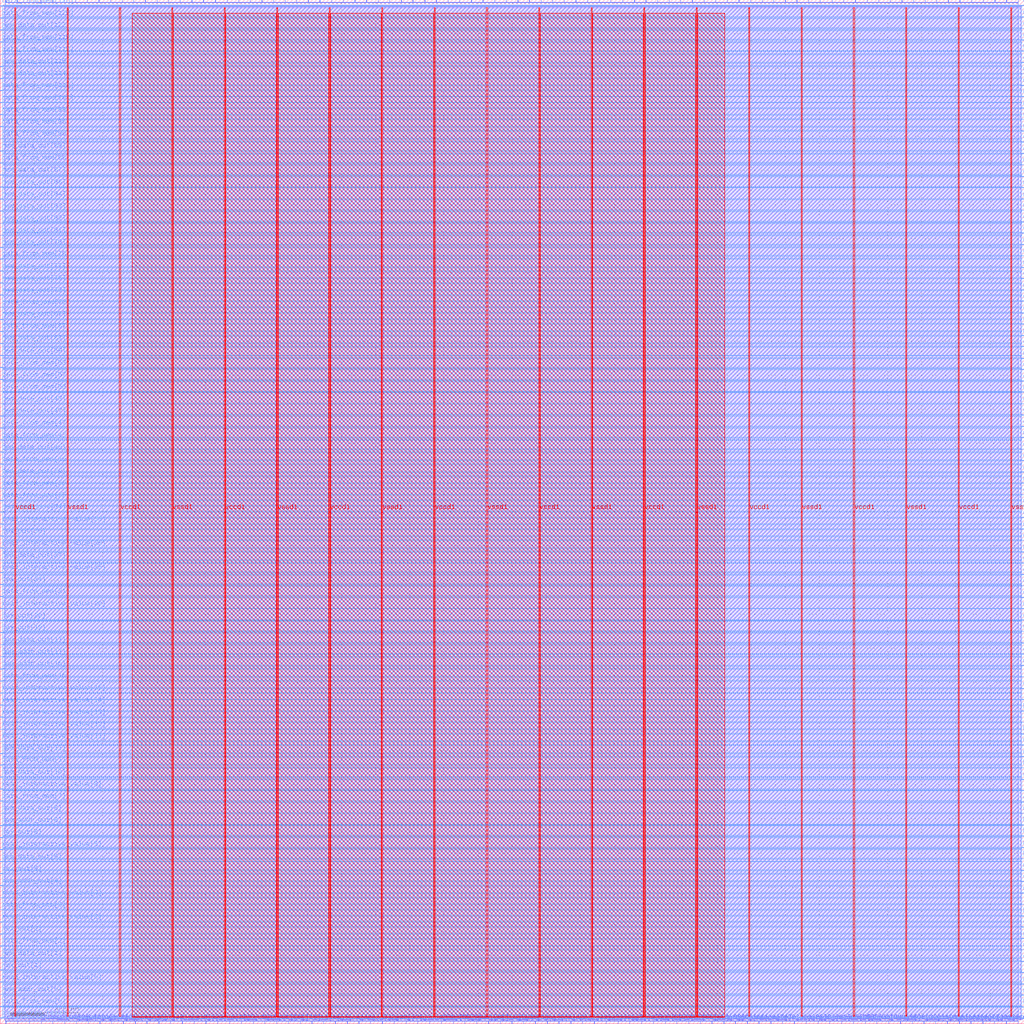
<source format=lef>
VERSION 5.7 ;
  NOWIREEXTENSIONATPIN ON ;
  DIVIDERCHAR "/" ;
  BUSBITCHARS "[]" ;
MACRO core
  CLASS BLOCK ;
  FOREIGN core ;
  ORIGIN 0.000 0.000 ;
  SIZE 1500.000 BY 1500.000 ;
  PIN clk
    DIRECTION INPUT ;
    USE SIGNAL ;
    PORT
      LAYER met2 ;
        RECT 8.370 0.000 8.650 4.000 ;
    END
  END clk
  PIN data_from_mem[0]
    DIRECTION INPUT ;
    USE SIGNAL ;
    PORT
      LAYER met3 ;
        RECT 0.000 25.200 4.000 25.800 ;
    END
  END data_from_mem[0]
  PIN data_from_mem[100]
    DIRECTION INPUT ;
    USE SIGNAL ;
    PORT
      LAYER met2 ;
        RECT 1301.430 0.000 1301.710 4.000 ;
    END
  END data_from_mem[100]
  PIN data_from_mem[101]
    DIRECTION INPUT ;
    USE SIGNAL ;
    PORT
      LAYER met3 ;
        RECT 0.000 1349.160 4.000 1349.760 ;
    END
  END data_from_mem[101]
  PIN data_from_mem[102]
    DIRECTION INPUT ;
    USE SIGNAL ;
    PORT
      LAYER met3 ;
        RECT 1496.000 1241.040 1500.000 1241.640 ;
    END
  END data_from_mem[102]
  PIN data_from_mem[103]
    DIRECTION INPUT ;
    USE SIGNAL ;
    PORT
      LAYER met3 ;
        RECT 1496.000 1274.360 1500.000 1274.960 ;
    END
  END data_from_mem[103]
  PIN data_from_mem[104]
    DIRECTION INPUT ;
    USE SIGNAL ;
    PORT
      LAYER met2 ;
        RECT 1335.930 0.000 1336.210 4.000 ;
    END
  END data_from_mem[104]
  PIN data_from_mem[105]
    DIRECTION INPUT ;
    USE SIGNAL ;
    PORT
      LAYER met2 ;
        RECT 1218.630 1496.000 1218.910 1500.000 ;
    END
  END data_from_mem[105]
  PIN data_from_mem[106]
    DIRECTION INPUT ;
    USE SIGNAL ;
    PORT
      LAYER met3 ;
        RECT 1496.000 1291.360 1500.000 1291.960 ;
    END
  END data_from_mem[106]
  PIN data_from_mem[107]
    DIRECTION INPUT ;
    USE SIGNAL ;
    PORT
      LAYER met3 ;
        RECT 1496.000 1324.680 1500.000 1325.280 ;
    END
  END data_from_mem[107]
  PIN data_from_mem[108]
    DIRECTION INPUT ;
    USE SIGNAL ;
    PORT
      LAYER met2 ;
        RECT 1235.650 1496.000 1235.930 1500.000 ;
    END
  END data_from_mem[108]
  PIN data_from_mem[109]
    DIRECTION INPUT ;
    USE SIGNAL ;
    PORT
      LAYER met2 ;
        RECT 1269.690 1496.000 1269.970 1500.000 ;
    END
  END data_from_mem[109]
  PIN data_from_mem[10]
    DIRECTION INPUT ;
    USE SIGNAL ;
    PORT
      LAYER met2 ;
        RECT 249.410 0.000 249.690 4.000 ;
    END
  END data_from_mem[10]
  PIN data_from_mem[110]
    DIRECTION INPUT ;
    USE SIGNAL ;
    PORT
      LAYER met2 ;
        RECT 1286.710 1496.000 1286.990 1500.000 ;
    END
  END data_from_mem[110]
  PIN data_from_mem[111]
    DIRECTION INPUT ;
    USE SIGNAL ;
    PORT
      LAYER met2 ;
        RECT 1320.750 1496.000 1321.030 1500.000 ;
    END
  END data_from_mem[111]
  PIN data_from_mem[112]
    DIRECTION INPUT ;
    USE SIGNAL ;
    PORT
      LAYER met3 ;
        RECT 0.000 1366.840 4.000 1367.440 ;
    END
  END data_from_mem[112]
  PIN data_from_mem[113]
    DIRECTION INPUT ;
    USE SIGNAL ;
    PORT
      LAYER met2 ;
        RECT 1337.770 1496.000 1338.050 1500.000 ;
    END
  END data_from_mem[113]
  PIN data_from_mem[114]
    DIRECTION INPUT ;
    USE SIGNAL ;
    PORT
      LAYER met2 ;
        RECT 1404.930 0.000 1405.210 4.000 ;
    END
  END data_from_mem[114]
  PIN data_from_mem[115]
    DIRECTION INPUT ;
    USE SIGNAL ;
    PORT
      LAYER met2 ;
        RECT 1421.950 0.000 1422.230 4.000 ;
    END
  END data_from_mem[115]
  PIN data_from_mem[116]
    DIRECTION INPUT ;
    USE SIGNAL ;
    PORT
      LAYER met2 ;
        RECT 1439.430 0.000 1439.710 4.000 ;
    END
  END data_from_mem[116]
  PIN data_from_mem[117]
    DIRECTION INPUT ;
    USE SIGNAL ;
    PORT
      LAYER met3 ;
        RECT 1496.000 1407.640 1500.000 1408.240 ;
    END
  END data_from_mem[117]
  PIN data_from_mem[118]
    DIRECTION INPUT ;
    USE SIGNAL ;
    PORT
      LAYER met3 ;
        RECT 0.000 1419.880 4.000 1420.480 ;
    END
  END data_from_mem[118]
  PIN data_from_mem[119]
    DIRECTION INPUT ;
    USE SIGNAL ;
    PORT
      LAYER met3 ;
        RECT 0.000 1437.560 4.000 1438.160 ;
    END
  END data_from_mem[119]
  PIN data_from_mem[11]
    DIRECTION INPUT ;
    USE SIGNAL ;
    PORT
      LAYER met3 ;
        RECT 0.000 378.800 4.000 379.400 ;
    END
  END data_from_mem[11]
  PIN data_from_mem[120]
    DIRECTION INPUT ;
    USE SIGNAL ;
    PORT
      LAYER met2 ;
        RECT 1456.450 0.000 1456.730 4.000 ;
    END
  END data_from_mem[120]
  PIN data_from_mem[121]
    DIRECTION INPUT ;
    USE SIGNAL ;
    PORT
      LAYER met3 ;
        RECT 1496.000 1440.960 1500.000 1441.560 ;
    END
  END data_from_mem[121]
  PIN data_from_mem[122]
    DIRECTION INPUT ;
    USE SIGNAL ;
    PORT
      LAYER met3 ;
        RECT 1496.000 1457.960 1500.000 1458.560 ;
    END
  END data_from_mem[122]
  PIN data_from_mem[123]
    DIRECTION INPUT ;
    USE SIGNAL ;
    PORT
      LAYER met2 ;
        RECT 1490.950 0.000 1491.230 4.000 ;
    END
  END data_from_mem[123]
  PIN data_from_mem[124]
    DIRECTION INPUT ;
    USE SIGNAL ;
    PORT
      LAYER met2 ;
        RECT 1422.870 1496.000 1423.150 1500.000 ;
    END
  END data_from_mem[124]
  PIN data_from_mem[125]
    DIRECTION INPUT ;
    USE SIGNAL ;
    PORT
      LAYER met3 ;
        RECT 0.000 1472.920 4.000 1473.520 ;
    END
  END data_from_mem[125]
  PIN data_from_mem[126]
    DIRECTION INPUT ;
    USE SIGNAL ;
    PORT
      LAYER met3 ;
        RECT 0.000 1490.600 4.000 1491.200 ;
    END
  END data_from_mem[126]
  PIN data_from_mem[127]
    DIRECTION INPUT ;
    USE SIGNAL ;
    PORT
      LAYER met3 ;
        RECT 1496.000 1491.280 1500.000 1491.880 ;
    END
  END data_from_mem[127]
  PIN data_from_mem[12]
    DIRECTION INPUT ;
    USE SIGNAL ;
    PORT
      LAYER met3 ;
        RECT 1496.000 208.120 1500.000 208.720 ;
    END
  END data_from_mem[12]
  PIN data_from_mem[13]
    DIRECTION INPUT ;
    USE SIGNAL ;
    PORT
      LAYER met2 ;
        RECT 335.890 0.000 336.170 4.000 ;
    END
  END data_from_mem[13]
  PIN data_from_mem[14]
    DIRECTION INPUT ;
    USE SIGNAL ;
    PORT
      LAYER met2 ;
        RECT 370.390 0.000 370.670 4.000 ;
    END
  END data_from_mem[14]
  PIN data_from_mem[15]
    DIRECTION INPUT ;
    USE SIGNAL ;
    PORT
      LAYER met2 ;
        RECT 332.210 1496.000 332.490 1500.000 ;
    END
  END data_from_mem[15]
  PIN data_from_mem[16]
    DIRECTION INPUT ;
    USE SIGNAL ;
    PORT
      LAYER met3 ;
        RECT 0.000 501.880 4.000 502.480 ;
    END
  END data_from_mem[16]
  PIN data_from_mem[17]
    DIRECTION INPUT ;
    USE SIGNAL ;
    PORT
      LAYER met2 ;
        RECT 473.890 0.000 474.170 4.000 ;
    END
  END data_from_mem[17]
  PIN data_from_mem[18]
    DIRECTION INPUT ;
    USE SIGNAL ;
    PORT
      LAYER met2 ;
        RECT 400.290 1496.000 400.570 1500.000 ;
    END
  END data_from_mem[18]
  PIN data_from_mem[19]
    DIRECTION INPUT ;
    USE SIGNAL ;
    PORT
      LAYER met2 ;
        RECT 434.330 1496.000 434.610 1500.000 ;
    END
  END data_from_mem[19]
  PIN data_from_mem[1]
    DIRECTION INPUT ;
    USE SIGNAL ;
    PORT
      LAYER met2 ;
        RECT 59.890 0.000 60.170 4.000 ;
    END
  END data_from_mem[1]
  PIN data_from_mem[20]
    DIRECTION INPUT ;
    USE SIGNAL ;
    PORT
      LAYER met3 ;
        RECT 1496.000 324.400 1500.000 325.000 ;
    END
  END data_from_mem[20]
  PIN data_from_mem[21]
    DIRECTION INPUT ;
    USE SIGNAL ;
    PORT
      LAYER met3 ;
        RECT 0.000 625.640 4.000 626.240 ;
    END
  END data_from_mem[21]
  PIN data_from_mem[22]
    DIRECTION INPUT ;
    USE SIGNAL ;
    PORT
      LAYER met3 ;
        RECT 1496.000 357.720 1500.000 358.320 ;
    END
  END data_from_mem[22]
  PIN data_from_mem[23]
    DIRECTION INPUT ;
    USE SIGNAL ;
    PORT
      LAYER met2 ;
        RECT 594.410 0.000 594.690 4.000 ;
    END
  END data_from_mem[23]
  PIN data_from_mem[24]
    DIRECTION INPUT ;
    USE SIGNAL ;
    PORT
      LAYER met2 ;
        RECT 536.450 1496.000 536.730 1500.000 ;
    END
  END data_from_mem[24]
  PIN data_from_mem[25]
    DIRECTION INPUT ;
    USE SIGNAL ;
    PORT
      LAYER met2 ;
        RECT 553.470 1496.000 553.750 1500.000 ;
    END
  END data_from_mem[25]
  PIN data_from_mem[26]
    DIRECTION INPUT ;
    USE SIGNAL ;
    PORT
      LAYER met2 ;
        RECT 587.510 1496.000 587.790 1500.000 ;
    END
  END data_from_mem[26]
  PIN data_from_mem[27]
    DIRECTION INPUT ;
    USE SIGNAL ;
    PORT
      LAYER met2 ;
        RECT 663.410 0.000 663.690 4.000 ;
    END
  END data_from_mem[27]
  PIN data_from_mem[28]
    DIRECTION INPUT ;
    USE SIGNAL ;
    PORT
      LAYER met3 ;
        RECT 1496.000 491.000 1500.000 491.600 ;
    END
  END data_from_mem[28]
  PIN data_from_mem[29]
    DIRECTION INPUT ;
    USE SIGNAL ;
    PORT
      LAYER met2 ;
        RECT 622.010 1496.000 622.290 1500.000 ;
    END
  END data_from_mem[29]
  PIN data_from_mem[2]
    DIRECTION INPUT ;
    USE SIGNAL ;
    PORT
      LAYER met3 ;
        RECT 0.000 113.600 4.000 114.200 ;
    END
  END data_from_mem[2]
  PIN data_from_mem[30]
    DIRECTION INPUT ;
    USE SIGNAL ;
    PORT
      LAYER met2 ;
        RECT 656.050 1496.000 656.330 1500.000 ;
    END
  END data_from_mem[30]
  PIN data_from_mem[31]
    DIRECTION INPUT ;
    USE SIGNAL ;
    PORT
      LAYER met3 ;
        RECT 1496.000 541.320 1500.000 541.920 ;
    END
  END data_from_mem[31]
  PIN data_from_mem[32]
    DIRECTION INPUT ;
    USE SIGNAL ;
    PORT
      LAYER met3 ;
        RECT 1496.000 574.640 1500.000 575.240 ;
    END
  END data_from_mem[32]
  PIN data_from_mem[33]
    DIRECTION INPUT ;
    USE SIGNAL ;
    PORT
      LAYER met2 ;
        RECT 732.410 0.000 732.690 4.000 ;
    END
  END data_from_mem[33]
  PIN data_from_mem[34]
    DIRECTION INPUT ;
    USE SIGNAL ;
    PORT
      LAYER met2 ;
        RECT 724.130 1496.000 724.410 1500.000 ;
    END
  END data_from_mem[34]
  PIN data_from_mem[35]
    DIRECTION INPUT ;
    USE SIGNAL ;
    PORT
      LAYER met3 ;
        RECT 0.000 766.400 4.000 767.000 ;
    END
  END data_from_mem[35]
  PIN data_from_mem[36]
    DIRECTION INPUT ;
    USE SIGNAL ;
    PORT
      LAYER met3 ;
        RECT 1496.000 590.960 1500.000 591.560 ;
    END
  END data_from_mem[36]
  PIN data_from_mem[37]
    DIRECTION INPUT ;
    USE SIGNAL ;
    PORT
      LAYER met3 ;
        RECT 1496.000 624.280 1500.000 624.880 ;
    END
  END data_from_mem[37]
  PIN data_from_mem[38]
    DIRECTION INPUT ;
    USE SIGNAL ;
    PORT
      LAYER met3 ;
        RECT 0.000 784.080 4.000 784.680 ;
    END
  END data_from_mem[38]
  PIN data_from_mem[39]
    DIRECTION INPUT ;
    USE SIGNAL ;
    PORT
      LAYER met2 ;
        RECT 783.930 0.000 784.210 4.000 ;
    END
  END data_from_mem[39]
  PIN data_from_mem[3]
    DIRECTION INPUT ;
    USE SIGNAL ;
    PORT
      LAYER met3 ;
        RECT 0.000 166.640 4.000 167.240 ;
    END
  END data_from_mem[3]
  PIN data_from_mem[40]
    DIRECTION INPUT ;
    USE SIGNAL ;
    PORT
      LAYER met3 ;
        RECT 0.000 819.440 4.000 820.040 ;
    END
  END data_from_mem[40]
  PIN data_from_mem[41]
    DIRECTION INPUT ;
    USE SIGNAL ;
    PORT
      LAYER met3 ;
        RECT 1496.000 641.280 1500.000 641.880 ;
    END
  END data_from_mem[41]
  PIN data_from_mem[42]
    DIRECTION INPUT ;
    USE SIGNAL ;
    PORT
      LAYER met2 ;
        RECT 758.170 1496.000 758.450 1500.000 ;
    END
  END data_from_mem[42]
  PIN data_from_mem[43]
    DIRECTION INPUT ;
    USE SIGNAL ;
    PORT
      LAYER met3 ;
        RECT 0.000 854.800 4.000 855.400 ;
    END
  END data_from_mem[43]
  PIN data_from_mem[44]
    DIRECTION INPUT ;
    USE SIGNAL ;
    PORT
      LAYER met2 ;
        RECT 835.910 0.000 836.190 4.000 ;
    END
  END data_from_mem[44]
  PIN data_from_mem[45]
    DIRECTION INPUT ;
    USE SIGNAL ;
    PORT
      LAYER met3 ;
        RECT 1496.000 657.600 1500.000 658.200 ;
    END
  END data_from_mem[45]
  PIN data_from_mem[46]
    DIRECTION INPUT ;
    USE SIGNAL ;
    PORT
      LAYER met3 ;
        RECT 1496.000 674.600 1500.000 675.200 ;
    END
  END data_from_mem[46]
  PIN data_from_mem[47]
    DIRECTION INPUT ;
    USE SIGNAL ;
    PORT
      LAYER met3 ;
        RECT 0.000 872.480 4.000 873.080 ;
    END
  END data_from_mem[47]
  PIN data_from_mem[48]
    DIRECTION INPUT ;
    USE SIGNAL ;
    PORT
      LAYER met2 ;
        RECT 870.410 0.000 870.690 4.000 ;
    END
  END data_from_mem[48]
  PIN data_from_mem[49]
    DIRECTION INPUT ;
    USE SIGNAL ;
    PORT
      LAYER met2 ;
        RECT 809.230 1496.000 809.510 1500.000 ;
    END
  END data_from_mem[49]
  PIN data_from_mem[4]
    DIRECTION INPUT ;
    USE SIGNAL ;
    PORT
      LAYER met2 ;
        RECT 110.490 1496.000 110.770 1500.000 ;
    END
  END data_from_mem[4]
  PIN data_from_mem[50]
    DIRECTION INPUT ;
    USE SIGNAL ;
    PORT
      LAYER met2 ;
        RECT 843.270 1496.000 843.550 1500.000 ;
    END
  END data_from_mem[50]
  PIN data_from_mem[51]
    DIRECTION INPUT ;
    USE SIGNAL ;
    PORT
      LAYER met3 ;
        RECT 1496.000 707.920 1500.000 708.520 ;
    END
  END data_from_mem[51]
  PIN data_from_mem[52]
    DIRECTION INPUT ;
    USE SIGNAL ;
    PORT
      LAYER met3 ;
        RECT 1496.000 741.240 1500.000 741.840 ;
    END
  END data_from_mem[52]
  PIN data_from_mem[53]
    DIRECTION INPUT ;
    USE SIGNAL ;
    PORT
      LAYER met3 ;
        RECT 1496.000 774.560 1500.000 775.160 ;
    END
  END data_from_mem[53]
  PIN data_from_mem[54]
    DIRECTION INPUT ;
    USE SIGNAL ;
    PORT
      LAYER met2 ;
        RECT 904.910 0.000 905.190 4.000 ;
    END
  END data_from_mem[54]
  PIN data_from_mem[55]
    DIRECTION INPUT ;
    USE SIGNAL ;
    PORT
      LAYER met3 ;
        RECT 1496.000 807.880 1500.000 808.480 ;
    END
  END data_from_mem[55]
  PIN data_from_mem[56]
    DIRECTION INPUT ;
    USE SIGNAL ;
    PORT
      LAYER met3 ;
        RECT 0.000 925.520 4.000 926.120 ;
    END
  END data_from_mem[56]
  PIN data_from_mem[57]
    DIRECTION INPUT ;
    USE SIGNAL ;
    PORT
      LAYER met3 ;
        RECT 0.000 943.200 4.000 943.800 ;
    END
  END data_from_mem[57]
  PIN data_from_mem[58]
    DIRECTION INPUT ;
    USE SIGNAL ;
    PORT
      LAYER met3 ;
        RECT 0.000 960.880 4.000 961.480 ;
    END
  END data_from_mem[58]
  PIN data_from_mem[59]
    DIRECTION INPUT ;
    USE SIGNAL ;
    PORT
      LAYER met2 ;
        RECT 894.330 1496.000 894.610 1500.000 ;
    END
  END data_from_mem[59]
  PIN data_from_mem[5]
    DIRECTION INPUT ;
    USE SIGNAL ;
    PORT
      LAYER met3 ;
        RECT 1496.000 91.160 1500.000 91.760 ;
    END
  END data_from_mem[5]
  PIN data_from_mem[60]
    DIRECTION INPUT ;
    USE SIGNAL ;
    PORT
      LAYER met3 ;
        RECT 1496.000 824.880 1500.000 825.480 ;
    END
  END data_from_mem[60]
  PIN data_from_mem[61]
    DIRECTION INPUT ;
    USE SIGNAL ;
    PORT
      LAYER met3 ;
        RECT 1496.000 841.200 1500.000 841.800 ;
    END
  END data_from_mem[61]
  PIN data_from_mem[62]
    DIRECTION INPUT ;
    USE SIGNAL ;
    PORT
      LAYER met3 ;
        RECT 1496.000 874.520 1500.000 875.120 ;
    END
  END data_from_mem[62]
  PIN data_from_mem[63]
    DIRECTION INPUT ;
    USE SIGNAL ;
    PORT
      LAYER met2 ;
        RECT 990.930 0.000 991.210 4.000 ;
    END
  END data_from_mem[63]
  PIN data_from_mem[64]
    DIRECTION INPUT ;
    USE SIGNAL ;
    PORT
      LAYER met2 ;
        RECT 928.830 1496.000 929.110 1500.000 ;
    END
  END data_from_mem[64]
  PIN data_from_mem[65]
    DIRECTION INPUT ;
    USE SIGNAL ;
    PORT
      LAYER met3 ;
        RECT 1496.000 891.520 1500.000 892.120 ;
    END
  END data_from_mem[65]
  PIN data_from_mem[66]
    DIRECTION INPUT ;
    USE SIGNAL ;
    PORT
      LAYER met2 ;
        RECT 1025.430 0.000 1025.710 4.000 ;
    END
  END data_from_mem[66]
  PIN data_from_mem[67]
    DIRECTION INPUT ;
    USE SIGNAL ;
    PORT
      LAYER met3 ;
        RECT 0.000 1013.920 4.000 1014.520 ;
    END
  END data_from_mem[67]
  PIN data_from_mem[68]
    DIRECTION INPUT ;
    USE SIGNAL ;
    PORT
      LAYER met3 ;
        RECT 1496.000 907.840 1500.000 908.440 ;
    END
  END data_from_mem[68]
  PIN data_from_mem[69]
    DIRECTION INPUT ;
    USE SIGNAL ;
    PORT
      LAYER met2 ;
        RECT 1042.450 0.000 1042.730 4.000 ;
    END
  END data_from_mem[69]
  PIN data_from_mem[6]
    DIRECTION INPUT ;
    USE SIGNAL ;
    PORT
      LAYER met2 ;
        RECT 127.510 1496.000 127.790 1500.000 ;
    END
  END data_from_mem[6]
  PIN data_from_mem[70]
    DIRECTION INPUT ;
    USE SIGNAL ;
    PORT
      LAYER met2 ;
        RECT 1059.930 0.000 1060.210 4.000 ;
    END
  END data_from_mem[70]
  PIN data_from_mem[71]
    DIRECTION INPUT ;
    USE SIGNAL ;
    PORT
      LAYER met3 ;
        RECT 1496.000 941.160 1500.000 941.760 ;
    END
  END data_from_mem[71]
  PIN data_from_mem[72]
    DIRECTION INPUT ;
    USE SIGNAL ;
    PORT
      LAYER met3 ;
        RECT 0.000 1049.280 4.000 1049.880 ;
    END
  END data_from_mem[72]
  PIN data_from_mem[73]
    DIRECTION INPUT ;
    USE SIGNAL ;
    PORT
      LAYER met3 ;
        RECT 1496.000 958.160 1500.000 958.760 ;
    END
  END data_from_mem[73]
  PIN data_from_mem[74]
    DIRECTION INPUT ;
    USE SIGNAL ;
    PORT
      LAYER met3 ;
        RECT 1496.000 991.480 1500.000 992.080 ;
    END
  END data_from_mem[74]
  PIN data_from_mem[75]
    DIRECTION INPUT ;
    USE SIGNAL ;
    PORT
      LAYER met2 ;
        RECT 1111.450 0.000 1111.730 4.000 ;
    END
  END data_from_mem[75]
  PIN data_from_mem[76]
    DIRECTION INPUT ;
    USE SIGNAL ;
    PORT
      LAYER met3 ;
        RECT 1496.000 1024.800 1500.000 1025.400 ;
    END
  END data_from_mem[76]
  PIN data_from_mem[77]
    DIRECTION INPUT ;
    USE SIGNAL ;
    PORT
      LAYER met3 ;
        RECT 1496.000 1041.120 1500.000 1041.720 ;
    END
  END data_from_mem[77]
  PIN data_from_mem[78]
    DIRECTION INPUT ;
    USE SIGNAL ;
    PORT
      LAYER met3 ;
        RECT 0.000 1120.000 4.000 1120.600 ;
    END
  END data_from_mem[78]
  PIN data_from_mem[79]
    DIRECTION INPUT ;
    USE SIGNAL ;
    PORT
      LAYER met2 ;
        RECT 1013.930 1496.000 1014.210 1500.000 ;
    END
  END data_from_mem[79]
  PIN data_from_mem[7]
    DIRECTION INPUT ;
    USE SIGNAL ;
    PORT
      LAYER met3 ;
        RECT 0.000 325.760 4.000 326.360 ;
    END
  END data_from_mem[7]
  PIN data_from_mem[80]
    DIRECTION INPUT ;
    USE SIGNAL ;
    PORT
      LAYER met3 ;
        RECT 1496.000 1058.120 1500.000 1058.720 ;
    END
  END data_from_mem[80]
  PIN data_from_mem[81]
    DIRECTION INPUT ;
    USE SIGNAL ;
    PORT
      LAYER met2 ;
        RECT 1030.950 1496.000 1031.230 1500.000 ;
    END
  END data_from_mem[81]
  PIN data_from_mem[82]
    DIRECTION INPUT ;
    USE SIGNAL ;
    PORT
      LAYER met2 ;
        RECT 1145.950 0.000 1146.230 4.000 ;
    END
  END data_from_mem[82]
  PIN data_from_mem[83]
    DIRECTION INPUT ;
    USE SIGNAL ;
    PORT
      LAYER met2 ;
        RECT 1047.970 1496.000 1048.250 1500.000 ;
    END
  END data_from_mem[83]
  PIN data_from_mem[84]
    DIRECTION INPUT ;
    USE SIGNAL ;
    PORT
      LAYER met2 ;
        RECT 1064.990 1496.000 1065.270 1500.000 ;
    END
  END data_from_mem[84]
  PIN data_from_mem[85]
    DIRECTION INPUT ;
    USE SIGNAL ;
    PORT
      LAYER met3 ;
        RECT 1496.000 1091.440 1500.000 1092.040 ;
    END
  END data_from_mem[85]
  PIN data_from_mem[86]
    DIRECTION INPUT ;
    USE SIGNAL ;
    PORT
      LAYER met2 ;
        RECT 1099.030 1496.000 1099.310 1500.000 ;
    END
  END data_from_mem[86]
  PIN data_from_mem[87]
    DIRECTION INPUT ;
    USE SIGNAL ;
    PORT
      LAYER met2 ;
        RECT 1163.430 0.000 1163.710 4.000 ;
    END
  END data_from_mem[87]
  PIN data_from_mem[88]
    DIRECTION INPUT ;
    USE SIGNAL ;
    PORT
      LAYER met3 ;
        RECT 0.000 1260.760 4.000 1261.360 ;
    END
  END data_from_mem[88]
  PIN data_from_mem[89]
    DIRECTION INPUT ;
    USE SIGNAL ;
    PORT
      LAYER met2 ;
        RECT 1180.450 0.000 1180.730 4.000 ;
    END
  END data_from_mem[89]
  PIN data_from_mem[8]
    DIRECTION INPUT ;
    USE SIGNAL ;
    PORT
      LAYER met2 ;
        RECT 214.910 0.000 215.190 4.000 ;
    END
  END data_from_mem[8]
  PIN data_from_mem[90]
    DIRECTION INPUT ;
    USE SIGNAL ;
    PORT
      LAYER met3 ;
        RECT 0.000 1296.120 4.000 1296.720 ;
    END
  END data_from_mem[90]
  PIN data_from_mem[91]
    DIRECTION INPUT ;
    USE SIGNAL ;
    PORT
      LAYER met3 ;
        RECT 1496.000 1124.760 1500.000 1125.360 ;
    END
  END data_from_mem[91]
  PIN data_from_mem[92]
    DIRECTION INPUT ;
    USE SIGNAL ;
    PORT
      LAYER met2 ;
        RECT 1116.050 1496.000 1116.330 1500.000 ;
    END
  END data_from_mem[92]
  PIN data_from_mem[93]
    DIRECTION INPUT ;
    USE SIGNAL ;
    PORT
      LAYER met2 ;
        RECT 1150.090 1496.000 1150.370 1500.000 ;
    END
  END data_from_mem[93]
  PIN data_from_mem[94]
    DIRECTION INPUT ;
    USE SIGNAL ;
    PORT
      LAYER met3 ;
        RECT 1496.000 1158.080 1500.000 1158.680 ;
    END
  END data_from_mem[94]
  PIN data_from_mem[95]
    DIRECTION INPUT ;
    USE SIGNAL ;
    PORT
      LAYER met2 ;
        RECT 1249.450 0.000 1249.730 4.000 ;
    END
  END data_from_mem[95]
  PIN data_from_mem[96]
    DIRECTION INPUT ;
    USE SIGNAL ;
    PORT
      LAYER met3 ;
        RECT 0.000 1313.800 4.000 1314.400 ;
    END
  END data_from_mem[96]
  PIN data_from_mem[97]
    DIRECTION INPUT ;
    USE SIGNAL ;
    PORT
      LAYER met2 ;
        RECT 1184.130 1496.000 1184.410 1500.000 ;
    END
  END data_from_mem[97]
  PIN data_from_mem[98]
    DIRECTION INPUT ;
    USE SIGNAL ;
    PORT
      LAYER met3 ;
        RECT 1496.000 1174.400 1500.000 1175.000 ;
    END
  END data_from_mem[98]
  PIN data_from_mem[99]
    DIRECTION INPUT ;
    USE SIGNAL ;
    PORT
      LAYER met3 ;
        RECT 0.000 1331.480 4.000 1332.080 ;
    END
  END data_from_mem[99]
  PIN data_from_mem[9]
    DIRECTION INPUT ;
    USE SIGNAL ;
    PORT
      LAYER met3 ;
        RECT 1496.000 141.480 1500.000 142.080 ;
    END
  END data_from_mem[9]
  PIN hex_out[0]
    DIRECTION OUTPUT TRISTATE ;
    USE SIGNAL ;
    PORT
      LAYER met3 ;
        RECT 1496.000 24.520 1500.000 25.120 ;
    END
  END hex_out[0]
  PIN hex_out[10]
    DIRECTION OUTPUT TRISTATE ;
    USE SIGNAL ;
    PORT
      LAYER met2 ;
        RECT 266.890 0.000 267.170 4.000 ;
    END
  END hex_out[10]
  PIN hex_out[11]
    DIRECTION OUTPUT TRISTATE ;
    USE SIGNAL ;
    PORT
      LAYER met2 ;
        RECT 301.390 0.000 301.670 4.000 ;
    END
  END hex_out[11]
  PIN hex_out[12]
    DIRECTION OUTPUT TRISTATE ;
    USE SIGNAL ;
    PORT
      LAYER met2 ;
        RECT 280.690 1496.000 280.970 1500.000 ;
    END
  END hex_out[12]
  PIN hex_out[13]
    DIRECTION OUTPUT TRISTATE ;
    USE SIGNAL ;
    PORT
      LAYER met3 ;
        RECT 1496.000 241.440 1500.000 242.040 ;
    END
  END hex_out[13]
  PIN hex_out[14]
    DIRECTION OUTPUT TRISTATE ;
    USE SIGNAL ;
    PORT
      LAYER met2 ;
        RECT 387.410 0.000 387.690 4.000 ;
    END
  END hex_out[14]
  PIN hex_out[15]
    DIRECTION OUTPUT TRISTATE ;
    USE SIGNAL ;
    PORT
      LAYER met2 ;
        RECT 404.890 0.000 405.170 4.000 ;
    END
  END hex_out[15]
  PIN hex_out[16]
    DIRECTION OUTPUT TRISTATE ;
    USE SIGNAL ;
    PORT
      LAYER met2 ;
        RECT 439.390 0.000 439.670 4.000 ;
    END
  END hex_out[16]
  PIN hex_out[17]
    DIRECTION OUTPUT TRISTATE ;
    USE SIGNAL ;
    PORT
      LAYER met3 ;
        RECT 1496.000 274.760 1500.000 275.360 ;
    END
  END hex_out[17]
  PIN hex_out[18]
    DIRECTION OUTPUT TRISTATE ;
    USE SIGNAL ;
    PORT
      LAYER met3 ;
        RECT 1496.000 291.080 1500.000 291.680 ;
    END
  END hex_out[18]
  PIN hex_out[19]
    DIRECTION OUTPUT TRISTATE ;
    USE SIGNAL ;
    PORT
      LAYER met3 ;
        RECT 0.000 572.600 4.000 573.200 ;
    END
  END hex_out[19]
  PIN hex_out[1]
    DIRECTION OUTPUT TRISTATE ;
    USE SIGNAL ;
    PORT
      LAYER met3 ;
        RECT 0.000 78.240 4.000 78.840 ;
    END
  END hex_out[1]
  PIN hex_out[20]
    DIRECTION OUTPUT TRISTATE ;
    USE SIGNAL ;
    PORT
      LAYER met3 ;
        RECT 0.000 590.280 4.000 590.880 ;
    END
  END hex_out[20]
  PIN hex_out[21]
    DIRECTION OUTPUT TRISTATE ;
    USE SIGNAL ;
    PORT
      LAYER met2 ;
        RECT 559.910 0.000 560.190 4.000 ;
    END
  END hex_out[21]
  PIN hex_out[22]
    DIRECTION OUTPUT TRISTATE ;
    USE SIGNAL ;
    PORT
      LAYER met3 ;
        RECT 1496.000 374.720 1500.000 375.320 ;
    END
  END hex_out[22]
  PIN hex_out[23]
    DIRECTION OUTPUT TRISTATE ;
    USE SIGNAL ;
    PORT
      LAYER met2 ;
        RECT 485.390 1496.000 485.670 1500.000 ;
    END
  END hex_out[23]
  PIN hex_out[24]
    DIRECTION OUTPUT TRISTATE ;
    USE SIGNAL ;
    PORT
      LAYER met3 ;
        RECT 0.000 643.320 4.000 643.920 ;
    END
  END hex_out[24]
  PIN hex_out[25]
    DIRECTION OUTPUT TRISTATE ;
    USE SIGNAL ;
    PORT
      LAYER met2 ;
        RECT 570.490 1496.000 570.770 1500.000 ;
    END
  END hex_out[25]
  PIN hex_out[26]
    DIRECTION OUTPUT TRISTATE ;
    USE SIGNAL ;
    PORT
      LAYER met3 ;
        RECT 1496.000 424.360 1500.000 424.960 ;
    END
  END hex_out[26]
  PIN hex_out[27]
    DIRECTION OUTPUT TRISTATE ;
    USE SIGNAL ;
    PORT
      LAYER met3 ;
        RECT 1496.000 457.680 1500.000 458.280 ;
    END
  END hex_out[27]
  PIN hex_out[28]
    DIRECTION OUTPUT TRISTATE ;
    USE SIGNAL ;
    PORT
      LAYER met2 ;
        RECT 680.430 0.000 680.710 4.000 ;
    END
  END hex_out[28]
  PIN hex_out[29]
    DIRECTION OUTPUT TRISTATE ;
    USE SIGNAL ;
    PORT
      LAYER met2 ;
        RECT 639.030 1496.000 639.310 1500.000 ;
    END
  END hex_out[29]
  PIN hex_out[2]
    DIRECTION OUTPUT TRISTATE ;
    USE SIGNAL ;
    PORT
      LAYER met3 ;
        RECT 0.000 131.280 4.000 131.880 ;
    END
  END hex_out[2]
  PIN hex_out[30]
    DIRECTION OUTPUT TRISTATE ;
    USE SIGNAL ;
    PORT
      LAYER met3 ;
        RECT 0.000 714.040 4.000 714.640 ;
    END
  END hex_out[30]
  PIN hex_out[31]
    DIRECTION OUTPUT TRISTATE ;
    USE SIGNAL ;
    PORT
      LAYER met2 ;
        RECT 673.070 1496.000 673.350 1500.000 ;
    END
  END hex_out[31]
  PIN hex_out[3]
    DIRECTION OUTPUT TRISTATE ;
    USE SIGNAL ;
    PORT
      LAYER met2 ;
        RECT 128.890 0.000 129.170 4.000 ;
    END
  END hex_out[3]
  PIN hex_out[4]
    DIRECTION OUTPUT TRISTATE ;
    USE SIGNAL ;
    PORT
      LAYER met2 ;
        RECT 163.390 0.000 163.670 4.000 ;
    END
  END hex_out[4]
  PIN hex_out[5]
    DIRECTION OUTPUT TRISTATE ;
    USE SIGNAL ;
    PORT
      LAYER met3 ;
        RECT 0.000 219.680 4.000 220.280 ;
    END
  END hex_out[5]
  PIN hex_out[6]
    DIRECTION OUTPUT TRISTATE ;
    USE SIGNAL ;
    PORT
      LAYER met3 ;
        RECT 0.000 272.720 4.000 273.320 ;
    END
  END hex_out[6]
  PIN hex_out[7]
    DIRECTION OUTPUT TRISTATE ;
    USE SIGNAL ;
    PORT
      LAYER met2 ;
        RECT 197.890 0.000 198.170 4.000 ;
    END
  END hex_out[7]
  PIN hex_out[8]
    DIRECTION OUTPUT TRISTATE ;
    USE SIGNAL ;
    PORT
      LAYER met2 ;
        RECT 212.610 1496.000 212.890 1500.000 ;
    END
  END hex_out[8]
  PIN hex_out[9]
    DIRECTION OUTPUT TRISTATE ;
    USE SIGNAL ;
    PORT
      LAYER met3 ;
        RECT 1496.000 157.800 1500.000 158.400 ;
    END
  END hex_out[9]
  PIN hex_req
    DIRECTION OUTPUT TRISTATE ;
    USE SIGNAL ;
    PORT
      LAYER met2 ;
        RECT 42.410 1496.000 42.690 1500.000 ;
    END
  END hex_req
  PIN is_mem_ready
    DIRECTION INPUT ;
    USE SIGNAL ;
    PORT
      LAYER met2 ;
        RECT 93.470 1496.000 93.750 1500.000 ;
    END
  END is_mem_ready
  PIN is_mem_req
    DIRECTION OUTPUT TRISTATE ;
    USE SIGNAL ;
    PORT
      LAYER met2 ;
        RECT 76.450 1496.000 76.730 1500.000 ;
    END
  END is_mem_req
  PIN is_mem_req_reset
    DIRECTION OUTPUT TRISTATE ;
    USE SIGNAL ;
    PORT
      LAYER met3 ;
        RECT 0.000 8.200 4.000 8.800 ;
    END
  END is_mem_req_reset
  PIN is_memory_we
    DIRECTION OUTPUT TRISTATE ;
    USE SIGNAL ;
    PORT
      LAYER met3 ;
        RECT 1496.000 8.200 1500.000 8.800 ;
    END
  END is_memory_we
  PIN is_print_done
    DIRECTION INPUT ;
    USE SIGNAL ;
    PORT
      LAYER met2 ;
        RECT 59.430 1496.000 59.710 1500.000 ;
    END
  END is_print_done
  PIN mem_addr_out[0]
    DIRECTION OUTPUT TRISTATE ;
    USE SIGNAL ;
    PORT
      LAYER met3 ;
        RECT 0.000 42.880 4.000 43.480 ;
    END
  END mem_addr_out[0]
  PIN mem_addr_out[10]
    DIRECTION OUTPUT TRISTATE ;
    USE SIGNAL ;
    PORT
      LAYER met2 ;
        RECT 283.910 0.000 284.190 4.000 ;
    END
  END mem_addr_out[10]
  PIN mem_addr_out[11]
    DIRECTION OUTPUT TRISTATE ;
    USE SIGNAL ;
    PORT
      LAYER met3 ;
        RECT 1496.000 191.120 1500.000 191.720 ;
    END
  END mem_addr_out[11]
  PIN mem_addr_out[12]
    DIRECTION OUTPUT TRISTATE ;
    USE SIGNAL ;
    PORT
      LAYER met3 ;
        RECT 1496.000 224.440 1500.000 225.040 ;
    END
  END mem_addr_out[12]
  PIN mem_addr_out[13]
    DIRECTION OUTPUT TRISTATE ;
    USE SIGNAL ;
    PORT
      LAYER met2 ;
        RECT 352.910 0.000 353.190 4.000 ;
    END
  END mem_addr_out[13]
  PIN mem_addr_out[14]
    DIRECTION OUTPUT TRISTATE ;
    USE SIGNAL ;
    PORT
      LAYER met3 ;
        RECT 1496.000 257.760 1500.000 258.360 ;
    END
  END mem_addr_out[14]
  PIN mem_addr_out[15]
    DIRECTION OUTPUT TRISTATE ;
    USE SIGNAL ;
    PORT
      LAYER met2 ;
        RECT 349.230 1496.000 349.510 1500.000 ;
    END
  END mem_addr_out[15]
  PIN mem_addr_out[16]
    DIRECTION OUTPUT TRISTATE ;
    USE SIGNAL ;
    PORT
      LAYER met3 ;
        RECT 0.000 519.560 4.000 520.160 ;
    END
  END mem_addr_out[16]
  PIN mem_addr_out[17]
    DIRECTION OUTPUT TRISTATE ;
    USE SIGNAL ;
    PORT
      LAYER met3 ;
        RECT 0.000 537.240 4.000 537.840 ;
    END
  END mem_addr_out[17]
  PIN mem_addr_out[18]
    DIRECTION OUTPUT TRISTATE ;
    USE SIGNAL ;
    PORT
      LAYER met2 ;
        RECT 490.910 0.000 491.190 4.000 ;
    END
  END mem_addr_out[18]
  PIN mem_addr_out[19]
    DIRECTION OUTPUT TRISTATE ;
    USE SIGNAL ;
    PORT
      LAYER met3 ;
        RECT 1496.000 308.080 1500.000 308.680 ;
    END
  END mem_addr_out[19]
  PIN mem_addr_out[1]
    DIRECTION OUTPUT TRISTATE ;
    USE SIGNAL ;
    PORT
      LAYER met2 ;
        RECT 76.910 0.000 77.190 4.000 ;
    END
  END mem_addr_out[1]
  PIN mem_addr_out[2]
    DIRECTION OUTPUT TRISTATE ;
    USE SIGNAL ;
    PORT
      LAYER met3 ;
        RECT 1496.000 41.520 1500.000 42.120 ;
    END
  END mem_addr_out[2]
  PIN mem_addr_out[3]
    DIRECTION OUTPUT TRISTATE ;
    USE SIGNAL ;
    PORT
      LAYER met2 ;
        RECT 145.910 0.000 146.190 4.000 ;
    END
  END mem_addr_out[3]
  PIN mem_addr_out[4]
    DIRECTION OUTPUT TRISTATE ;
    USE SIGNAL ;
    PORT
      LAYER met3 ;
        RECT 0.000 202.000 4.000 202.600 ;
    END
  END mem_addr_out[4]
  PIN mem_addr_out[5]
    DIRECTION OUTPUT TRISTATE ;
    USE SIGNAL ;
    PORT
      LAYER met3 ;
        RECT 1496.000 108.160 1500.000 108.760 ;
    END
  END mem_addr_out[5]
  PIN mem_addr_out[6]
    DIRECTION OUTPUT TRISTATE ;
    USE SIGNAL ;
    PORT
      LAYER met3 ;
        RECT 0.000 290.400 4.000 291.000 ;
    END
  END mem_addr_out[6]
  PIN mem_addr_out[7]
    DIRECTION OUTPUT TRISTATE ;
    USE SIGNAL ;
    PORT
      LAYER met2 ;
        RECT 161.550 1496.000 161.830 1500.000 ;
    END
  END mem_addr_out[7]
  PIN mem_addr_out[8]
    DIRECTION OUTPUT TRISTATE ;
    USE SIGNAL ;
    PORT
      LAYER met2 ;
        RECT 229.630 1496.000 229.910 1500.000 ;
    END
  END mem_addr_out[8]
  PIN mem_addr_out[9]
    DIRECTION OUTPUT TRISTATE ;
    USE SIGNAL ;
    PORT
      LAYER met2 ;
        RECT 232.390 0.000 232.670 4.000 ;
    END
  END mem_addr_out[9]
  PIN mem_data_out[0]
    DIRECTION OUTPUT TRISTATE ;
    USE SIGNAL ;
    PORT
      LAYER met2 ;
        RECT 42.410 0.000 42.690 4.000 ;
    END
  END mem_data_out[0]
  PIN mem_data_out[100]
    DIRECTION OUTPUT TRISTATE ;
    USE SIGNAL ;
    PORT
      LAYER met2 ;
        RECT 1318.450 0.000 1318.730 4.000 ;
    END
  END mem_data_out[100]
  PIN mem_data_out[101]
    DIRECTION OUTPUT TRISTATE ;
    USE SIGNAL ;
    PORT
      LAYER met3 ;
        RECT 1496.000 1224.720 1500.000 1225.320 ;
    END
  END mem_data_out[101]
  PIN mem_data_out[102]
    DIRECTION OUTPUT TRISTATE ;
    USE SIGNAL ;
    PORT
      LAYER met3 ;
        RECT 1496.000 1258.040 1500.000 1258.640 ;
    END
  END mem_data_out[102]
  PIN mem_data_out[103]
    DIRECTION OUTPUT TRISTATE ;
    USE SIGNAL ;
    PORT
      LAYER met2 ;
        RECT 1201.150 1496.000 1201.430 1500.000 ;
    END
  END mem_data_out[103]
  PIN mem_data_out[104]
    DIRECTION OUTPUT TRISTATE ;
    USE SIGNAL ;
    PORT
      LAYER met2 ;
        RECT 1352.950 0.000 1353.230 4.000 ;
    END
  END mem_data_out[104]
  PIN mem_data_out[105]
    DIRECTION OUTPUT TRISTATE ;
    USE SIGNAL ;
    PORT
      LAYER met2 ;
        RECT 1370.430 0.000 1370.710 4.000 ;
    END
  END mem_data_out[105]
  PIN mem_data_out[106]
    DIRECTION OUTPUT TRISTATE ;
    USE SIGNAL ;
    PORT
      LAYER met3 ;
        RECT 1496.000 1307.680 1500.000 1308.280 ;
    END
  END mem_data_out[106]
  PIN mem_data_out[107]
    DIRECTION OUTPUT TRISTATE ;
    USE SIGNAL ;
    PORT
      LAYER met3 ;
        RECT 1496.000 1341.000 1500.000 1341.600 ;
    END
  END mem_data_out[107]
  PIN mem_data_out[108]
    DIRECTION OUTPUT TRISTATE ;
    USE SIGNAL ;
    PORT
      LAYER met2 ;
        RECT 1252.670 1496.000 1252.950 1500.000 ;
    END
  END mem_data_out[108]
  PIN mem_data_out[109]
    DIRECTION OUTPUT TRISTATE ;
    USE SIGNAL ;
    PORT
      LAYER met3 ;
        RECT 1496.000 1358.000 1500.000 1358.600 ;
    END
  END mem_data_out[109]
  PIN mem_data_out[10]
    DIRECTION OUTPUT TRISTATE ;
    USE SIGNAL ;
    PORT
      LAYER met3 ;
        RECT 0.000 361.120 4.000 361.720 ;
    END
  END mem_data_out[10]
  PIN mem_data_out[110]
    DIRECTION OUTPUT TRISTATE ;
    USE SIGNAL ;
    PORT
      LAYER met2 ;
        RECT 1303.730 1496.000 1304.010 1500.000 ;
    END
  END mem_data_out[110]
  PIN mem_data_out[111]
    DIRECTION OUTPUT TRISTATE ;
    USE SIGNAL ;
    PORT
      LAYER met3 ;
        RECT 1496.000 1374.320 1500.000 1374.920 ;
    END
  END mem_data_out[111]
  PIN mem_data_out[112]
    DIRECTION OUTPUT TRISTATE ;
    USE SIGNAL ;
    PORT
      LAYER met3 ;
        RECT 1496.000 1391.320 1500.000 1391.920 ;
    END
  END mem_data_out[112]
  PIN mem_data_out[113]
    DIRECTION OUTPUT TRISTATE ;
    USE SIGNAL ;
    PORT
      LAYER met2 ;
        RECT 1387.450 0.000 1387.730 4.000 ;
    END
  END mem_data_out[113]
  PIN mem_data_out[114]
    DIRECTION OUTPUT TRISTATE ;
    USE SIGNAL ;
    PORT
      LAYER met3 ;
        RECT 0.000 1384.520 4.000 1385.120 ;
    END
  END mem_data_out[114]
  PIN mem_data_out[115]
    DIRECTION OUTPUT TRISTATE ;
    USE SIGNAL ;
    PORT
      LAYER met3 ;
        RECT 0.000 1402.200 4.000 1402.800 ;
    END
  END mem_data_out[115]
  PIN mem_data_out[116]
    DIRECTION OUTPUT TRISTATE ;
    USE SIGNAL ;
    PORT
      LAYER met2 ;
        RECT 1354.790 1496.000 1355.070 1500.000 ;
    END
  END mem_data_out[116]
  PIN mem_data_out[117]
    DIRECTION OUTPUT TRISTATE ;
    USE SIGNAL ;
    PORT
      LAYER met2 ;
        RECT 1371.810 1496.000 1372.090 1500.000 ;
    END
  END mem_data_out[117]
  PIN mem_data_out[118]
    DIRECTION OUTPUT TRISTATE ;
    USE SIGNAL ;
    PORT
      LAYER met3 ;
        RECT 1496.000 1424.640 1500.000 1425.240 ;
    END
  END mem_data_out[118]
  PIN mem_data_out[119]
    DIRECTION OUTPUT TRISTATE ;
    USE SIGNAL ;
    PORT
      LAYER met2 ;
        RECT 1388.830 1496.000 1389.110 1500.000 ;
    END
  END mem_data_out[119]
  PIN mem_data_out[11]
    DIRECTION OUTPUT TRISTATE ;
    USE SIGNAL ;
    PORT
      LAYER met3 ;
        RECT 0.000 395.800 4.000 396.400 ;
    END
  END mem_data_out[11]
  PIN mem_data_out[120]
    DIRECTION OUTPUT TRISTATE ;
    USE SIGNAL ;
    PORT
      LAYER met2 ;
        RECT 1405.850 1496.000 1406.130 1500.000 ;
    END
  END mem_data_out[120]
  PIN mem_data_out[121]
    DIRECTION OUTPUT TRISTATE ;
    USE SIGNAL ;
    PORT
      LAYER met2 ;
        RECT 1473.930 0.000 1474.210 4.000 ;
    END
  END mem_data_out[121]
  PIN mem_data_out[122]
    DIRECTION OUTPUT TRISTATE ;
    USE SIGNAL ;
    PORT
      LAYER met3 ;
        RECT 1496.000 1474.280 1500.000 1474.880 ;
    END
  END mem_data_out[122]
  PIN mem_data_out[123]
    DIRECTION OUTPUT TRISTATE ;
    USE SIGNAL ;
    PORT
      LAYER met3 ;
        RECT 0.000 1455.240 4.000 1455.840 ;
    END
  END mem_data_out[123]
  PIN mem_data_out[124]
    DIRECTION OUTPUT TRISTATE ;
    USE SIGNAL ;
    PORT
      LAYER met2 ;
        RECT 1439.890 1496.000 1440.170 1500.000 ;
    END
  END mem_data_out[124]
  PIN mem_data_out[125]
    DIRECTION OUTPUT TRISTATE ;
    USE SIGNAL ;
    PORT
      LAYER met2 ;
        RECT 1456.910 1496.000 1457.190 1500.000 ;
    END
  END mem_data_out[125]
  PIN mem_data_out[126]
    DIRECTION OUTPUT TRISTATE ;
    USE SIGNAL ;
    PORT
      LAYER met2 ;
        RECT 1473.930 1496.000 1474.210 1500.000 ;
    END
  END mem_data_out[126]
  PIN mem_data_out[127]
    DIRECTION OUTPUT TRISTATE ;
    USE SIGNAL ;
    PORT
      LAYER met2 ;
        RECT 1490.950 1496.000 1491.230 1500.000 ;
    END
  END mem_data_out[127]
  PIN mem_data_out[12]
    DIRECTION OUTPUT TRISTATE ;
    USE SIGNAL ;
    PORT
      LAYER met2 ;
        RECT 318.410 0.000 318.690 4.000 ;
    END
  END mem_data_out[12]
  PIN mem_data_out[13]
    DIRECTION OUTPUT TRISTATE ;
    USE SIGNAL ;
    PORT
      LAYER met2 ;
        RECT 297.710 1496.000 297.990 1500.000 ;
    END
  END mem_data_out[13]
  PIN mem_data_out[14]
    DIRECTION OUTPUT TRISTATE ;
    USE SIGNAL ;
    PORT
      LAYER met2 ;
        RECT 315.190 1496.000 315.470 1500.000 ;
    END
  END mem_data_out[14]
  PIN mem_data_out[15]
    DIRECTION OUTPUT TRISTATE ;
    USE SIGNAL ;
    PORT
      LAYER met2 ;
        RECT 421.910 0.000 422.190 4.000 ;
    END
  END mem_data_out[15]
  PIN mem_data_out[16]
    DIRECTION OUTPUT TRISTATE ;
    USE SIGNAL ;
    PORT
      LAYER met2 ;
        RECT 456.410 0.000 456.690 4.000 ;
    END
  END mem_data_out[16]
  PIN mem_data_out[17]
    DIRECTION OUTPUT TRISTATE ;
    USE SIGNAL ;
    PORT
      LAYER met3 ;
        RECT 0.000 554.920 4.000 555.520 ;
    END
  END mem_data_out[17]
  PIN mem_data_out[18]
    DIRECTION OUTPUT TRISTATE ;
    USE SIGNAL ;
    PORT
      LAYER met2 ;
        RECT 508.390 0.000 508.670 4.000 ;
    END
  END mem_data_out[18]
  PIN mem_data_out[19]
    DIRECTION OUTPUT TRISTATE ;
    USE SIGNAL ;
    PORT
      LAYER met2 ;
        RECT 525.410 0.000 525.690 4.000 ;
    END
  END mem_data_out[19]
  PIN mem_data_out[1]
    DIRECTION OUTPUT TRISTATE ;
    USE SIGNAL ;
    PORT
      LAYER met3 ;
        RECT 0.000 95.920 4.000 96.520 ;
    END
  END mem_data_out[1]
  PIN mem_data_out[20]
    DIRECTION OUTPUT TRISTATE ;
    USE SIGNAL ;
    PORT
      LAYER met2 ;
        RECT 451.350 1496.000 451.630 1500.000 ;
    END
  END mem_data_out[20]
  PIN mem_data_out[21]
    DIRECTION OUTPUT TRISTATE ;
    USE SIGNAL ;
    PORT
      LAYER met2 ;
        RECT 576.930 0.000 577.210 4.000 ;
    END
  END mem_data_out[21]
  PIN mem_data_out[22]
    DIRECTION OUTPUT TRISTATE ;
    USE SIGNAL ;
    PORT
      LAYER met3 ;
        RECT 1496.000 391.040 1500.000 391.640 ;
    END
  END mem_data_out[22]
  PIN mem_data_out[23]
    DIRECTION OUTPUT TRISTATE ;
    USE SIGNAL ;
    PORT
      LAYER met2 ;
        RECT 502.410 1496.000 502.690 1500.000 ;
    END
  END mem_data_out[23]
  PIN mem_data_out[24]
    DIRECTION OUTPUT TRISTATE ;
    USE SIGNAL ;
    PORT
      LAYER met2 ;
        RECT 611.430 0.000 611.710 4.000 ;
    END
  END mem_data_out[24]
  PIN mem_data_out[25]
    DIRECTION OUTPUT TRISTATE ;
    USE SIGNAL ;
    PORT
      LAYER met3 ;
        RECT 1496.000 408.040 1500.000 408.640 ;
    END
  END mem_data_out[25]
  PIN mem_data_out[26]
    DIRECTION OUTPUT TRISTATE ;
    USE SIGNAL ;
    PORT
      LAYER met2 ;
        RECT 645.930 0.000 646.210 4.000 ;
    END
  END mem_data_out[26]
  PIN mem_data_out[27]
    DIRECTION OUTPUT TRISTATE ;
    USE SIGNAL ;
    PORT
      LAYER met3 ;
        RECT 0.000 678.680 4.000 679.280 ;
    END
  END mem_data_out[27]
  PIN mem_data_out[28]
    DIRECTION OUTPUT TRISTATE ;
    USE SIGNAL ;
    PORT
      LAYER met2 ;
        RECT 604.530 1496.000 604.810 1500.000 ;
    END
  END mem_data_out[28]
  PIN mem_data_out[29]
    DIRECTION OUTPUT TRISTATE ;
    USE SIGNAL ;
    PORT
      LAYER met2 ;
        RECT 697.910 0.000 698.190 4.000 ;
    END
  END mem_data_out[29]
  PIN mem_data_out[2]
    DIRECTION OUTPUT TRISTATE ;
    USE SIGNAL ;
    PORT
      LAYER met2 ;
        RECT 111.410 0.000 111.690 4.000 ;
    END
  END mem_data_out[2]
  PIN mem_data_out[30]
    DIRECTION OUTPUT TRISTATE ;
    USE SIGNAL ;
    PORT
      LAYER met3 ;
        RECT 1496.000 524.320 1500.000 524.920 ;
    END
  END mem_data_out[30]
  PIN mem_data_out[31]
    DIRECTION OUTPUT TRISTATE ;
    USE SIGNAL ;
    PORT
      LAYER met2 ;
        RECT 690.090 1496.000 690.370 1500.000 ;
    END
  END mem_data_out[31]
  PIN mem_data_out[32]
    DIRECTION OUTPUT TRISTATE ;
    USE SIGNAL ;
    PORT
      LAYER met2 ;
        RECT 714.930 0.000 715.210 4.000 ;
    END
  END mem_data_out[32]
  PIN mem_data_out[33]
    DIRECTION OUTPUT TRISTATE ;
    USE SIGNAL ;
    PORT
      LAYER met2 ;
        RECT 707.110 1496.000 707.390 1500.000 ;
    END
  END mem_data_out[33]
  PIN mem_data_out[34]
    DIRECTION OUTPUT TRISTATE ;
    USE SIGNAL ;
    PORT
      LAYER met3 ;
        RECT 0.000 749.400 4.000 750.000 ;
    END
  END mem_data_out[34]
  PIN mem_data_out[35]
    DIRECTION OUTPUT TRISTATE ;
    USE SIGNAL ;
    PORT
      LAYER met2 ;
        RECT 749.430 0.000 749.710 4.000 ;
    END
  END mem_data_out[35]
  PIN mem_data_out[36]
    DIRECTION OUTPUT TRISTATE ;
    USE SIGNAL ;
    PORT
      LAYER met3 ;
        RECT 1496.000 607.960 1500.000 608.560 ;
    END
  END mem_data_out[36]
  PIN mem_data_out[37]
    DIRECTION OUTPUT TRISTATE ;
    USE SIGNAL ;
    PORT
      LAYER met2 ;
        RECT 766.910 0.000 767.190 4.000 ;
    END
  END mem_data_out[37]
  PIN mem_data_out[38]
    DIRECTION OUTPUT TRISTATE ;
    USE SIGNAL ;
    PORT
      LAYER met2 ;
        RECT 741.150 1496.000 741.430 1500.000 ;
    END
  END mem_data_out[38]
  PIN mem_data_out[39]
    DIRECTION OUTPUT TRISTATE ;
    USE SIGNAL ;
    PORT
      LAYER met3 ;
        RECT 0.000 801.760 4.000 802.360 ;
    END
  END mem_data_out[39]
  PIN mem_data_out[3]
    DIRECTION OUTPUT TRISTATE ;
    USE SIGNAL ;
    PORT
      LAYER met3 ;
        RECT 1496.000 57.840 1500.000 58.440 ;
    END
  END mem_data_out[3]
  PIN mem_data_out[40]
    DIRECTION OUTPUT TRISTATE ;
    USE SIGNAL ;
    PORT
      LAYER met3 ;
        RECT 0.000 837.120 4.000 837.720 ;
    END
  END mem_data_out[40]
  PIN mem_data_out[41]
    DIRECTION OUTPUT TRISTATE ;
    USE SIGNAL ;
    PORT
      LAYER met2 ;
        RECT 801.410 0.000 801.690 4.000 ;
    END
  END mem_data_out[41]
  PIN mem_data_out[42]
    DIRECTION OUTPUT TRISTATE ;
    USE SIGNAL ;
    PORT
      LAYER met2 ;
        RECT 818.430 0.000 818.710 4.000 ;
    END
  END mem_data_out[42]
  PIN mem_data_out[43]
    DIRECTION OUTPUT TRISTATE ;
    USE SIGNAL ;
    PORT
      LAYER met2 ;
        RECT 775.190 1496.000 775.470 1500.000 ;
    END
  END mem_data_out[43]
  PIN mem_data_out[44]
    DIRECTION OUTPUT TRISTATE ;
    USE SIGNAL ;
    PORT
      LAYER met2 ;
        RECT 792.210 1496.000 792.490 1500.000 ;
    END
  END mem_data_out[44]
  PIN mem_data_out[45]
    DIRECTION OUTPUT TRISTATE ;
    USE SIGNAL ;
    PORT
      LAYER met2 ;
        RECT 852.930 0.000 853.210 4.000 ;
    END
  END mem_data_out[45]
  PIN mem_data_out[46]
    DIRECTION OUTPUT TRISTATE ;
    USE SIGNAL ;
    PORT
      LAYER met3 ;
        RECT 1496.000 690.920 1500.000 691.520 ;
    END
  END mem_data_out[46]
  PIN mem_data_out[47]
    DIRECTION OUTPUT TRISTATE ;
    USE SIGNAL ;
    PORT
      LAYER met3 ;
        RECT 0.000 890.160 4.000 890.760 ;
    END
  END mem_data_out[47]
  PIN mem_data_out[48]
    DIRECTION OUTPUT TRISTATE ;
    USE SIGNAL ;
    PORT
      LAYER met3 ;
        RECT 0.000 907.840 4.000 908.440 ;
    END
  END mem_data_out[48]
  PIN mem_data_out[49]
    DIRECTION OUTPUT TRISTATE ;
    USE SIGNAL ;
    PORT
      LAYER met2 ;
        RECT 826.250 1496.000 826.530 1500.000 ;
    END
  END mem_data_out[49]
  PIN mem_data_out[4]
    DIRECTION OUTPUT TRISTATE ;
    USE SIGNAL ;
    PORT
      LAYER met2 ;
        RECT 180.410 0.000 180.690 4.000 ;
    END
  END mem_data_out[4]
  PIN mem_data_out[50]
    DIRECTION OUTPUT TRISTATE ;
    USE SIGNAL ;
    PORT
      LAYER met2 ;
        RECT 887.430 0.000 887.710 4.000 ;
    END
  END mem_data_out[50]
  PIN mem_data_out[51]
    DIRECTION OUTPUT TRISTATE ;
    USE SIGNAL ;
    PORT
      LAYER met3 ;
        RECT 1496.000 724.240 1500.000 724.840 ;
    END
  END mem_data_out[51]
  PIN mem_data_out[52]
    DIRECTION OUTPUT TRISTATE ;
    USE SIGNAL ;
    PORT
      LAYER met3 ;
        RECT 1496.000 758.240 1500.000 758.840 ;
    END
  END mem_data_out[52]
  PIN mem_data_out[53]
    DIRECTION OUTPUT TRISTATE ;
    USE SIGNAL ;
    PORT
      LAYER met2 ;
        RECT 860.290 1496.000 860.570 1500.000 ;
    END
  END mem_data_out[53]
  PIN mem_data_out[54]
    DIRECTION OUTPUT TRISTATE ;
    USE SIGNAL ;
    PORT
      LAYER met3 ;
        RECT 1496.000 791.560 1500.000 792.160 ;
    END
  END mem_data_out[54]
  PIN mem_data_out[55]
    DIRECTION OUTPUT TRISTATE ;
    USE SIGNAL ;
    PORT
      LAYER met2 ;
        RECT 921.930 0.000 922.210 4.000 ;
    END
  END mem_data_out[55]
  PIN mem_data_out[56]
    DIRECTION OUTPUT TRISTATE ;
    USE SIGNAL ;
    PORT
      LAYER met2 ;
        RECT 939.410 0.000 939.690 4.000 ;
    END
  END mem_data_out[56]
  PIN mem_data_out[57]
    DIRECTION OUTPUT TRISTATE ;
    USE SIGNAL ;
    PORT
      LAYER met2 ;
        RECT 956.430 0.000 956.710 4.000 ;
    END
  END mem_data_out[57]
  PIN mem_data_out[58]
    DIRECTION OUTPUT TRISTATE ;
    USE SIGNAL ;
    PORT
      LAYER met2 ;
        RECT 877.310 1496.000 877.590 1500.000 ;
    END
  END mem_data_out[58]
  PIN mem_data_out[59]
    DIRECTION OUTPUT TRISTATE ;
    USE SIGNAL ;
    PORT
      LAYER met3 ;
        RECT 0.000 978.560 4.000 979.160 ;
    END
  END mem_data_out[59]
  PIN mem_data_out[5]
    DIRECTION OUTPUT TRISTATE ;
    USE SIGNAL ;
    PORT
      LAYER met3 ;
        RECT 0.000 237.360 4.000 237.960 ;
    END
  END mem_data_out[5]
  PIN mem_data_out[60]
    DIRECTION OUTPUT TRISTATE ;
    USE SIGNAL ;
    PORT
      LAYER met2 ;
        RECT 911.810 1496.000 912.090 1500.000 ;
    END
  END mem_data_out[60]
  PIN mem_data_out[61]
    DIRECTION OUTPUT TRISTATE ;
    USE SIGNAL ;
    PORT
      LAYER met3 ;
        RECT 1496.000 858.200 1500.000 858.800 ;
    END
  END mem_data_out[61]
  PIN mem_data_out[62]
    DIRECTION OUTPUT TRISTATE ;
    USE SIGNAL ;
    PORT
      LAYER met2 ;
        RECT 973.910 0.000 974.190 4.000 ;
    END
  END mem_data_out[62]
  PIN mem_data_out[63]
    DIRECTION OUTPUT TRISTATE ;
    USE SIGNAL ;
    PORT
      LAYER met3 ;
        RECT 0.000 996.240 4.000 996.840 ;
    END
  END mem_data_out[63]
  PIN mem_data_out[64]
    DIRECTION OUTPUT TRISTATE ;
    USE SIGNAL ;
    PORT
      LAYER met2 ;
        RECT 1008.410 0.000 1008.690 4.000 ;
    END
  END mem_data_out[64]
  PIN mem_data_out[65]
    DIRECTION OUTPUT TRISTATE ;
    USE SIGNAL ;
    PORT
      LAYER met2 ;
        RECT 945.850 1496.000 946.130 1500.000 ;
    END
  END mem_data_out[65]
  PIN mem_data_out[66]
    DIRECTION OUTPUT TRISTATE ;
    USE SIGNAL ;
    PORT
      LAYER met2 ;
        RECT 962.870 1496.000 963.150 1500.000 ;
    END
  END mem_data_out[66]
  PIN mem_data_out[67]
    DIRECTION OUTPUT TRISTATE ;
    USE SIGNAL ;
    PORT
      LAYER met3 ;
        RECT 0.000 1031.600 4.000 1032.200 ;
    END
  END mem_data_out[67]
  PIN mem_data_out[68]
    DIRECTION OUTPUT TRISTATE ;
    USE SIGNAL ;
    PORT
      LAYER met3 ;
        RECT 1496.000 924.840 1500.000 925.440 ;
    END
  END mem_data_out[68]
  PIN mem_data_out[69]
    DIRECTION OUTPUT TRISTATE ;
    USE SIGNAL ;
    PORT
      LAYER met2 ;
        RECT 979.890 1496.000 980.170 1500.000 ;
    END
  END mem_data_out[69]
  PIN mem_data_out[6]
    DIRECTION OUTPUT TRISTATE ;
    USE SIGNAL ;
    PORT
      LAYER met3 ;
        RECT 0.000 308.080 4.000 308.680 ;
    END
  END mem_data_out[6]
  PIN mem_data_out[70]
    DIRECTION OUTPUT TRISTATE ;
    USE SIGNAL ;
    PORT
      LAYER met2 ;
        RECT 1076.950 0.000 1077.230 4.000 ;
    END
  END mem_data_out[70]
  PIN mem_data_out[71]
    DIRECTION OUTPUT TRISTATE ;
    USE SIGNAL ;
    PORT
      LAYER met2 ;
        RECT 1094.430 0.000 1094.710 4.000 ;
    END
  END mem_data_out[71]
  PIN mem_data_out[72]
    DIRECTION OUTPUT TRISTATE ;
    USE SIGNAL ;
    PORT
      LAYER met3 ;
        RECT 0.000 1066.960 4.000 1067.560 ;
    END
  END mem_data_out[72]
  PIN mem_data_out[73]
    DIRECTION OUTPUT TRISTATE ;
    USE SIGNAL ;
    PORT
      LAYER met3 ;
        RECT 1496.000 974.480 1500.000 975.080 ;
    END
  END mem_data_out[73]
  PIN mem_data_out[74]
    DIRECTION OUTPUT TRISTATE ;
    USE SIGNAL ;
    PORT
      LAYER met2 ;
        RECT 996.910 1496.000 997.190 1500.000 ;
    END
  END mem_data_out[74]
  PIN mem_data_out[75]
    DIRECTION OUTPUT TRISTATE ;
    USE SIGNAL ;
    PORT
      LAYER met3 ;
        RECT 1496.000 1007.800 1500.000 1008.400 ;
    END
  END mem_data_out[75]
  PIN mem_data_out[76]
    DIRECTION OUTPUT TRISTATE ;
    USE SIGNAL ;
    PORT
      LAYER met3 ;
        RECT 0.000 1084.640 4.000 1085.240 ;
    END
  END mem_data_out[76]
  PIN mem_data_out[77]
    DIRECTION OUTPUT TRISTATE ;
    USE SIGNAL ;
    PORT
      LAYER met3 ;
        RECT 0.000 1102.320 4.000 1102.920 ;
    END
  END mem_data_out[77]
  PIN mem_data_out[78]
    DIRECTION OUTPUT TRISTATE ;
    USE SIGNAL ;
    PORT
      LAYER met3 ;
        RECT 0.000 1137.000 4.000 1137.600 ;
    END
  END mem_data_out[78]
  PIN mem_data_out[79]
    DIRECTION OUTPUT TRISTATE ;
    USE SIGNAL ;
    PORT
      LAYER met2 ;
        RECT 1128.930 0.000 1129.210 4.000 ;
    END
  END mem_data_out[79]
  PIN mem_data_out[7]
    DIRECTION OUTPUT TRISTATE ;
    USE SIGNAL ;
    PORT
      LAYER met2 ;
        RECT 178.570 1496.000 178.850 1500.000 ;
    END
  END mem_data_out[7]
  PIN mem_data_out[80]
    DIRECTION OUTPUT TRISTATE ;
    USE SIGNAL ;
    PORT
      LAYER met3 ;
        RECT 1496.000 1074.440 1500.000 1075.040 ;
    END
  END mem_data_out[80]
  PIN mem_data_out[81]
    DIRECTION OUTPUT TRISTATE ;
    USE SIGNAL ;
    PORT
      LAYER met3 ;
        RECT 0.000 1154.680 4.000 1155.280 ;
    END
  END mem_data_out[81]
  PIN mem_data_out[82]
    DIRECTION OUTPUT TRISTATE ;
    USE SIGNAL ;
    PORT
      LAYER met3 ;
        RECT 0.000 1172.360 4.000 1172.960 ;
    END
  END mem_data_out[82]
  PIN mem_data_out[83]
    DIRECTION OUTPUT TRISTATE ;
    USE SIGNAL ;
    PORT
      LAYER met3 ;
        RECT 0.000 1190.040 4.000 1190.640 ;
    END
  END mem_data_out[83]
  PIN mem_data_out[84]
    DIRECTION OUTPUT TRISTATE ;
    USE SIGNAL ;
    PORT
      LAYER met3 ;
        RECT 0.000 1207.720 4.000 1208.320 ;
    END
  END mem_data_out[84]
  PIN mem_data_out[85]
    DIRECTION OUTPUT TRISTATE ;
    USE SIGNAL ;
    PORT
      LAYER met2 ;
        RECT 1082.010 1496.000 1082.290 1500.000 ;
    END
  END mem_data_out[85]
  PIN mem_data_out[86]
    DIRECTION OUTPUT TRISTATE ;
    USE SIGNAL ;
    PORT
      LAYER met3 ;
        RECT 0.000 1225.400 4.000 1226.000 ;
    END
  END mem_data_out[86]
  PIN mem_data_out[87]
    DIRECTION OUTPUT TRISTATE ;
    USE SIGNAL ;
    PORT
      LAYER met3 ;
        RECT 0.000 1243.080 4.000 1243.680 ;
    END
  END mem_data_out[87]
  PIN mem_data_out[88]
    DIRECTION OUTPUT TRISTATE ;
    USE SIGNAL ;
    PORT
      LAYER met3 ;
        RECT 1496.000 1107.760 1500.000 1108.360 ;
    END
  END mem_data_out[88]
  PIN mem_data_out[89]
    DIRECTION OUTPUT TRISTATE ;
    USE SIGNAL ;
    PORT
      LAYER met3 ;
        RECT 0.000 1278.440 4.000 1279.040 ;
    END
  END mem_data_out[89]
  PIN mem_data_out[8]
    DIRECTION OUTPUT TRISTATE ;
    USE SIGNAL ;
    PORT
      LAYER met3 ;
        RECT 1496.000 124.480 1500.000 125.080 ;
    END
  END mem_data_out[8]
  PIN mem_data_out[90]
    DIRECTION OUTPUT TRISTATE ;
    USE SIGNAL ;
    PORT
      LAYER met2 ;
        RECT 1197.930 0.000 1198.210 4.000 ;
    END
  END mem_data_out[90]
  PIN mem_data_out[91]
    DIRECTION OUTPUT TRISTATE ;
    USE SIGNAL ;
    PORT
      LAYER met3 ;
        RECT 1496.000 1141.080 1500.000 1141.680 ;
    END
  END mem_data_out[91]
  PIN mem_data_out[92]
    DIRECTION OUTPUT TRISTATE ;
    USE SIGNAL ;
    PORT
      LAYER met2 ;
        RECT 1133.070 1496.000 1133.350 1500.000 ;
    END
  END mem_data_out[92]
  PIN mem_data_out[93]
    DIRECTION OUTPUT TRISTATE ;
    USE SIGNAL ;
    PORT
      LAYER met2 ;
        RECT 1214.950 0.000 1215.230 4.000 ;
    END
  END mem_data_out[93]
  PIN mem_data_out[94]
    DIRECTION OUTPUT TRISTATE ;
    USE SIGNAL ;
    PORT
      LAYER met2 ;
        RECT 1232.430 0.000 1232.710 4.000 ;
    END
  END mem_data_out[94]
  PIN mem_data_out[95]
    DIRECTION OUTPUT TRISTATE ;
    USE SIGNAL ;
    PORT
      LAYER met2 ;
        RECT 1167.110 1496.000 1167.390 1500.000 ;
    END
  END mem_data_out[95]
  PIN mem_data_out[96]
    DIRECTION OUTPUT TRISTATE ;
    USE SIGNAL ;
    PORT
      LAYER met2 ;
        RECT 1266.930 0.000 1267.210 4.000 ;
    END
  END mem_data_out[96]
  PIN mem_data_out[97]
    DIRECTION OUTPUT TRISTATE ;
    USE SIGNAL ;
    PORT
      LAYER met2 ;
        RECT 1283.950 0.000 1284.230 4.000 ;
    END
  END mem_data_out[97]
  PIN mem_data_out[98]
    DIRECTION OUTPUT TRISTATE ;
    USE SIGNAL ;
    PORT
      LAYER met3 ;
        RECT 1496.000 1191.400 1500.000 1192.000 ;
    END
  END mem_data_out[98]
  PIN mem_data_out[99]
    DIRECTION OUTPUT TRISTATE ;
    USE SIGNAL ;
    PORT
      LAYER met3 ;
        RECT 1496.000 1207.720 1500.000 1208.320 ;
    END
  END mem_data_out[99]
  PIN mem_data_out[9]
    DIRECTION OUTPUT TRISTATE ;
    USE SIGNAL ;
    PORT
      LAYER met2 ;
        RECT 246.650 1496.000 246.930 1500.000 ;
    END
  END mem_data_out[9]
  PIN read_interactive_ready
    DIRECTION INPUT ;
    USE SIGNAL ;
    PORT
      LAYER met2 ;
        RECT 8.370 1496.000 8.650 1500.000 ;
    END
  END read_interactive_ready
  PIN read_interactive_req
    DIRECTION OUTPUT TRISTATE ;
    USE SIGNAL ;
    PORT
      LAYER met2 ;
        RECT 25.390 1496.000 25.670 1500.000 ;
    END
  END read_interactive_req
  PIN read_interactive_value[0]
    DIRECTION INPUT ;
    USE SIGNAL ;
    PORT
      LAYER met3 ;
        RECT 0.000 60.560 4.000 61.160 ;
    END
  END read_interactive_value[0]
  PIN read_interactive_value[10]
    DIRECTION INPUT ;
    USE SIGNAL ;
    PORT
      LAYER met3 ;
        RECT 1496.000 174.800 1500.000 175.400 ;
    END
  END read_interactive_value[10]
  PIN read_interactive_value[11]
    DIRECTION INPUT ;
    USE SIGNAL ;
    PORT
      LAYER met3 ;
        RECT 0.000 413.480 4.000 414.080 ;
    END
  END read_interactive_value[11]
  PIN read_interactive_value[12]
    DIRECTION INPUT ;
    USE SIGNAL ;
    PORT
      LAYER met3 ;
        RECT 0.000 431.160 4.000 431.760 ;
    END
  END read_interactive_value[12]
  PIN read_interactive_value[13]
    DIRECTION INPUT ;
    USE SIGNAL ;
    PORT
      LAYER met3 ;
        RECT 0.000 448.840 4.000 449.440 ;
    END
  END read_interactive_value[13]
  PIN read_interactive_value[14]
    DIRECTION INPUT ;
    USE SIGNAL ;
    PORT
      LAYER met3 ;
        RECT 0.000 466.520 4.000 467.120 ;
    END
  END read_interactive_value[14]
  PIN read_interactive_value[15]
    DIRECTION INPUT ;
    USE SIGNAL ;
    PORT
      LAYER met3 ;
        RECT 0.000 484.200 4.000 484.800 ;
    END
  END read_interactive_value[15]
  PIN read_interactive_value[16]
    DIRECTION INPUT ;
    USE SIGNAL ;
    PORT
      LAYER met2 ;
        RECT 366.250 1496.000 366.530 1500.000 ;
    END
  END read_interactive_value[16]
  PIN read_interactive_value[17]
    DIRECTION INPUT ;
    USE SIGNAL ;
    PORT
      LAYER met2 ;
        RECT 383.270 1496.000 383.550 1500.000 ;
    END
  END read_interactive_value[17]
  PIN read_interactive_value[18]
    DIRECTION INPUT ;
    USE SIGNAL ;
    PORT
      LAYER met2 ;
        RECT 417.310 1496.000 417.590 1500.000 ;
    END
  END read_interactive_value[18]
  PIN read_interactive_value[19]
    DIRECTION INPUT ;
    USE SIGNAL ;
    PORT
      LAYER met2 ;
        RECT 542.430 0.000 542.710 4.000 ;
    END
  END read_interactive_value[19]
  PIN read_interactive_value[1]
    DIRECTION INPUT ;
    USE SIGNAL ;
    PORT
      LAYER met2 ;
        RECT 94.390 0.000 94.670 4.000 ;
    END
  END read_interactive_value[1]
  PIN read_interactive_value[20]
    DIRECTION INPUT ;
    USE SIGNAL ;
    PORT
      LAYER met3 ;
        RECT 0.000 607.960 4.000 608.560 ;
    END
  END read_interactive_value[20]
  PIN read_interactive_value[21]
    DIRECTION INPUT ;
    USE SIGNAL ;
    PORT
      LAYER met3 ;
        RECT 1496.000 341.400 1500.000 342.000 ;
    END
  END read_interactive_value[21]
  PIN read_interactive_value[22]
    DIRECTION INPUT ;
    USE SIGNAL ;
    PORT
      LAYER met2 ;
        RECT 468.370 1496.000 468.650 1500.000 ;
    END
  END read_interactive_value[22]
  PIN read_interactive_value[23]
    DIRECTION INPUT ;
    USE SIGNAL ;
    PORT
      LAYER met2 ;
        RECT 519.430 1496.000 519.710 1500.000 ;
    END
  END read_interactive_value[23]
  PIN read_interactive_value[24]
    DIRECTION INPUT ;
    USE SIGNAL ;
    PORT
      LAYER met2 ;
        RECT 628.910 0.000 629.190 4.000 ;
    END
  END read_interactive_value[24]
  PIN read_interactive_value[25]
    DIRECTION INPUT ;
    USE SIGNAL ;
    PORT
      LAYER met3 ;
        RECT 0.000 661.000 4.000 661.600 ;
    END
  END read_interactive_value[25]
  PIN read_interactive_value[26]
    DIRECTION INPUT ;
    USE SIGNAL ;
    PORT
      LAYER met3 ;
        RECT 1496.000 441.360 1500.000 441.960 ;
    END
  END read_interactive_value[26]
  PIN read_interactive_value[27]
    DIRECTION INPUT ;
    USE SIGNAL ;
    PORT
      LAYER met3 ;
        RECT 1496.000 474.680 1500.000 475.280 ;
    END
  END read_interactive_value[27]
  PIN read_interactive_value[28]
    DIRECTION INPUT ;
    USE SIGNAL ;
    PORT
      LAYER met3 ;
        RECT 0.000 696.360 4.000 696.960 ;
    END
  END read_interactive_value[28]
  PIN read_interactive_value[29]
    DIRECTION INPUT ;
    USE SIGNAL ;
    PORT
      LAYER met3 ;
        RECT 1496.000 508.000 1500.000 508.600 ;
    END
  END read_interactive_value[29]
  PIN read_interactive_value[2]
    DIRECTION INPUT ;
    USE SIGNAL ;
    PORT
      LAYER met3 ;
        RECT 0.000 148.960 4.000 149.560 ;
    END
  END read_interactive_value[2]
  PIN read_interactive_value[30]
    DIRECTION INPUT ;
    USE SIGNAL ;
    PORT
      LAYER met3 ;
        RECT 0.000 731.720 4.000 732.320 ;
    END
  END read_interactive_value[30]
  PIN read_interactive_value[31]
    DIRECTION INPUT ;
    USE SIGNAL ;
    PORT
      LAYER met3 ;
        RECT 1496.000 557.640 1500.000 558.240 ;
    END
  END read_interactive_value[31]
  PIN read_interactive_value[3]
    DIRECTION INPUT ;
    USE SIGNAL ;
    PORT
      LAYER met3 ;
        RECT 0.000 184.320 4.000 184.920 ;
    END
  END read_interactive_value[3]
  PIN read_interactive_value[4]
    DIRECTION INPUT ;
    USE SIGNAL ;
    PORT
      LAYER met3 ;
        RECT 1496.000 74.840 1500.000 75.440 ;
    END
  END read_interactive_value[4]
  PIN read_interactive_value[5]
    DIRECTION INPUT ;
    USE SIGNAL ;
    PORT
      LAYER met3 ;
        RECT 0.000 255.040 4.000 255.640 ;
    END
  END read_interactive_value[5]
  PIN read_interactive_value[6]
    DIRECTION INPUT ;
    USE SIGNAL ;
    PORT
      LAYER met2 ;
        RECT 144.530 1496.000 144.810 1500.000 ;
    END
  END read_interactive_value[6]
  PIN read_interactive_value[7]
    DIRECTION INPUT ;
    USE SIGNAL ;
    PORT
      LAYER met2 ;
        RECT 195.590 1496.000 195.870 1500.000 ;
    END
  END read_interactive_value[7]
  PIN read_interactive_value[8]
    DIRECTION INPUT ;
    USE SIGNAL ;
    PORT
      LAYER met3 ;
        RECT 0.000 343.440 4.000 344.040 ;
    END
  END read_interactive_value[8]
  PIN read_interactive_value[9]
    DIRECTION INPUT ;
    USE SIGNAL ;
    PORT
      LAYER met2 ;
        RECT 263.670 1496.000 263.950 1500.000 ;
    END
  END read_interactive_value[9]
  PIN rst
    DIRECTION INPUT ;
    USE SIGNAL ;
    PORT
      LAYER met2 ;
        RECT 25.390 0.000 25.670 4.000 ;
    END
  END rst
  PIN vccd1
    DIRECTION INPUT ;
    USE POWER ;
    PORT
      LAYER met4 ;
        RECT 21.040 10.640 22.640 1488.080 ;
    END
    PORT
      LAYER met4 ;
        RECT 174.640 10.640 176.240 1488.080 ;
    END
    PORT
      LAYER met4 ;
        RECT 328.240 10.640 329.840 1488.080 ;
    END
    PORT
      LAYER met4 ;
        RECT 481.840 10.640 483.440 1488.080 ;
    END
    PORT
      LAYER met4 ;
        RECT 635.440 10.640 637.040 1488.080 ;
    END
    PORT
      LAYER met4 ;
        RECT 789.040 10.640 790.640 1488.080 ;
    END
    PORT
      LAYER met4 ;
        RECT 942.640 10.640 944.240 1488.080 ;
    END
    PORT
      LAYER met4 ;
        RECT 1096.240 10.640 1097.840 1488.080 ;
    END
    PORT
      LAYER met4 ;
        RECT 1249.840 10.640 1251.440 1488.080 ;
    END
    PORT
      LAYER met4 ;
        RECT 1403.440 10.640 1405.040 1488.080 ;
    END
  END vccd1
  PIN vssd1
    DIRECTION INPUT ;
    USE GROUND ;
    PORT
      LAYER met4 ;
        RECT 97.840 10.640 99.440 1488.080 ;
    END
    PORT
      LAYER met4 ;
        RECT 251.440 10.640 253.040 1488.080 ;
    END
    PORT
      LAYER met4 ;
        RECT 405.040 10.640 406.640 1488.080 ;
    END
    PORT
      LAYER met4 ;
        RECT 558.640 10.640 560.240 1488.080 ;
    END
    PORT
      LAYER met4 ;
        RECT 712.240 10.640 713.840 1488.080 ;
    END
    PORT
      LAYER met4 ;
        RECT 865.840 10.640 867.440 1488.080 ;
    END
    PORT
      LAYER met4 ;
        RECT 1019.440 10.640 1021.040 1488.080 ;
    END
    PORT
      LAYER met4 ;
        RECT 1173.040 10.640 1174.640 1488.080 ;
    END
    PORT
      LAYER met4 ;
        RECT 1326.640 10.640 1328.240 1488.080 ;
    END
    PORT
      LAYER met4 ;
        RECT 1480.240 10.640 1481.840 1488.080 ;
    END
  END vssd1
  OBS
      LAYER li1 ;
        RECT 5.520 6.885 1494.855 1487.925 ;
      LAYER met1 ;
        RECT 5.520 6.840 1494.915 1489.840 ;
      LAYER met2 ;
        RECT 6.990 1495.720 8.090 1496.410 ;
        RECT 8.930 1495.720 25.110 1496.410 ;
        RECT 25.950 1495.720 42.130 1496.410 ;
        RECT 42.970 1495.720 59.150 1496.410 ;
        RECT 59.990 1495.720 76.170 1496.410 ;
        RECT 77.010 1495.720 93.190 1496.410 ;
        RECT 94.030 1495.720 110.210 1496.410 ;
        RECT 111.050 1495.720 127.230 1496.410 ;
        RECT 128.070 1495.720 144.250 1496.410 ;
        RECT 145.090 1495.720 161.270 1496.410 ;
        RECT 162.110 1495.720 178.290 1496.410 ;
        RECT 179.130 1495.720 195.310 1496.410 ;
        RECT 196.150 1495.720 212.330 1496.410 ;
        RECT 213.170 1495.720 229.350 1496.410 ;
        RECT 230.190 1495.720 246.370 1496.410 ;
        RECT 247.210 1495.720 263.390 1496.410 ;
        RECT 264.230 1495.720 280.410 1496.410 ;
        RECT 281.250 1495.720 297.430 1496.410 ;
        RECT 298.270 1495.720 314.910 1496.410 ;
        RECT 315.750 1495.720 331.930 1496.410 ;
        RECT 332.770 1495.720 348.950 1496.410 ;
        RECT 349.790 1495.720 365.970 1496.410 ;
        RECT 366.810 1495.720 382.990 1496.410 ;
        RECT 383.830 1495.720 400.010 1496.410 ;
        RECT 400.850 1495.720 417.030 1496.410 ;
        RECT 417.870 1495.720 434.050 1496.410 ;
        RECT 434.890 1495.720 451.070 1496.410 ;
        RECT 451.910 1495.720 468.090 1496.410 ;
        RECT 468.930 1495.720 485.110 1496.410 ;
        RECT 485.950 1495.720 502.130 1496.410 ;
        RECT 502.970 1495.720 519.150 1496.410 ;
        RECT 519.990 1495.720 536.170 1496.410 ;
        RECT 537.010 1495.720 553.190 1496.410 ;
        RECT 554.030 1495.720 570.210 1496.410 ;
        RECT 571.050 1495.720 587.230 1496.410 ;
        RECT 588.070 1495.720 604.250 1496.410 ;
        RECT 605.090 1495.720 621.730 1496.410 ;
        RECT 622.570 1495.720 638.750 1496.410 ;
        RECT 639.590 1495.720 655.770 1496.410 ;
        RECT 656.610 1495.720 672.790 1496.410 ;
        RECT 673.630 1495.720 689.810 1496.410 ;
        RECT 690.650 1495.720 706.830 1496.410 ;
        RECT 707.670 1495.720 723.850 1496.410 ;
        RECT 724.690 1495.720 740.870 1496.410 ;
        RECT 741.710 1495.720 757.890 1496.410 ;
        RECT 758.730 1495.720 774.910 1496.410 ;
        RECT 775.750 1495.720 791.930 1496.410 ;
        RECT 792.770 1495.720 808.950 1496.410 ;
        RECT 809.790 1495.720 825.970 1496.410 ;
        RECT 826.810 1495.720 842.990 1496.410 ;
        RECT 843.830 1495.720 860.010 1496.410 ;
        RECT 860.850 1495.720 877.030 1496.410 ;
        RECT 877.870 1495.720 894.050 1496.410 ;
        RECT 894.890 1495.720 911.530 1496.410 ;
        RECT 912.370 1495.720 928.550 1496.410 ;
        RECT 929.390 1495.720 945.570 1496.410 ;
        RECT 946.410 1495.720 962.590 1496.410 ;
        RECT 963.430 1495.720 979.610 1496.410 ;
        RECT 980.450 1495.720 996.630 1496.410 ;
        RECT 997.470 1495.720 1013.650 1496.410 ;
        RECT 1014.490 1495.720 1030.670 1496.410 ;
        RECT 1031.510 1495.720 1047.690 1496.410 ;
        RECT 1048.530 1495.720 1064.710 1496.410 ;
        RECT 1065.550 1495.720 1081.730 1496.410 ;
        RECT 1082.570 1495.720 1098.750 1496.410 ;
        RECT 1099.590 1495.720 1115.770 1496.410 ;
        RECT 1116.610 1495.720 1132.790 1496.410 ;
        RECT 1133.630 1495.720 1149.810 1496.410 ;
        RECT 1150.650 1495.720 1166.830 1496.410 ;
        RECT 1167.670 1495.720 1183.850 1496.410 ;
        RECT 1184.690 1495.720 1200.870 1496.410 ;
        RECT 1201.710 1495.720 1218.350 1496.410 ;
        RECT 1219.190 1495.720 1235.370 1496.410 ;
        RECT 1236.210 1495.720 1252.390 1496.410 ;
        RECT 1253.230 1495.720 1269.410 1496.410 ;
        RECT 1270.250 1495.720 1286.430 1496.410 ;
        RECT 1287.270 1495.720 1303.450 1496.410 ;
        RECT 1304.290 1495.720 1320.470 1496.410 ;
        RECT 1321.310 1495.720 1337.490 1496.410 ;
        RECT 1338.330 1495.720 1354.510 1496.410 ;
        RECT 1355.350 1495.720 1371.530 1496.410 ;
        RECT 1372.370 1495.720 1388.550 1496.410 ;
        RECT 1389.390 1495.720 1405.570 1496.410 ;
        RECT 1406.410 1495.720 1422.590 1496.410 ;
        RECT 1423.430 1495.720 1439.610 1496.410 ;
        RECT 1440.450 1495.720 1456.630 1496.410 ;
        RECT 1457.470 1495.720 1473.650 1496.410 ;
        RECT 1474.490 1495.720 1490.670 1496.410 ;
        RECT 6.990 4.280 1491.220 1495.720 ;
        RECT 6.990 3.670 8.090 4.280 ;
        RECT 8.930 3.670 25.110 4.280 ;
        RECT 25.950 3.670 42.130 4.280 ;
        RECT 42.970 3.670 59.610 4.280 ;
        RECT 60.450 3.670 76.630 4.280 ;
        RECT 77.470 3.670 94.110 4.280 ;
        RECT 94.950 3.670 111.130 4.280 ;
        RECT 111.970 3.670 128.610 4.280 ;
        RECT 129.450 3.670 145.630 4.280 ;
        RECT 146.470 3.670 163.110 4.280 ;
        RECT 163.950 3.670 180.130 4.280 ;
        RECT 180.970 3.670 197.610 4.280 ;
        RECT 198.450 3.670 214.630 4.280 ;
        RECT 215.470 3.670 232.110 4.280 ;
        RECT 232.950 3.670 249.130 4.280 ;
        RECT 249.970 3.670 266.610 4.280 ;
        RECT 267.450 3.670 283.630 4.280 ;
        RECT 284.470 3.670 301.110 4.280 ;
        RECT 301.950 3.670 318.130 4.280 ;
        RECT 318.970 3.670 335.610 4.280 ;
        RECT 336.450 3.670 352.630 4.280 ;
        RECT 353.470 3.670 370.110 4.280 ;
        RECT 370.950 3.670 387.130 4.280 ;
        RECT 387.970 3.670 404.610 4.280 ;
        RECT 405.450 3.670 421.630 4.280 ;
        RECT 422.470 3.670 439.110 4.280 ;
        RECT 439.950 3.670 456.130 4.280 ;
        RECT 456.970 3.670 473.610 4.280 ;
        RECT 474.450 3.670 490.630 4.280 ;
        RECT 491.470 3.670 508.110 4.280 ;
        RECT 508.950 3.670 525.130 4.280 ;
        RECT 525.970 3.670 542.150 4.280 ;
        RECT 542.990 3.670 559.630 4.280 ;
        RECT 560.470 3.670 576.650 4.280 ;
        RECT 577.490 3.670 594.130 4.280 ;
        RECT 594.970 3.670 611.150 4.280 ;
        RECT 611.990 3.670 628.630 4.280 ;
        RECT 629.470 3.670 645.650 4.280 ;
        RECT 646.490 3.670 663.130 4.280 ;
        RECT 663.970 3.670 680.150 4.280 ;
        RECT 680.990 3.670 697.630 4.280 ;
        RECT 698.470 3.670 714.650 4.280 ;
        RECT 715.490 3.670 732.130 4.280 ;
        RECT 732.970 3.670 749.150 4.280 ;
        RECT 749.990 3.670 766.630 4.280 ;
        RECT 767.470 3.670 783.650 4.280 ;
        RECT 784.490 3.670 801.130 4.280 ;
        RECT 801.970 3.670 818.150 4.280 ;
        RECT 818.990 3.670 835.630 4.280 ;
        RECT 836.470 3.670 852.650 4.280 ;
        RECT 853.490 3.670 870.130 4.280 ;
        RECT 870.970 3.670 887.150 4.280 ;
        RECT 887.990 3.670 904.630 4.280 ;
        RECT 905.470 3.670 921.650 4.280 ;
        RECT 922.490 3.670 939.130 4.280 ;
        RECT 939.970 3.670 956.150 4.280 ;
        RECT 956.990 3.670 973.630 4.280 ;
        RECT 974.470 3.670 990.650 4.280 ;
        RECT 991.490 3.670 1008.130 4.280 ;
        RECT 1008.970 3.670 1025.150 4.280 ;
        RECT 1025.990 3.670 1042.170 4.280 ;
        RECT 1043.010 3.670 1059.650 4.280 ;
        RECT 1060.490 3.670 1076.670 4.280 ;
        RECT 1077.510 3.670 1094.150 4.280 ;
        RECT 1094.990 3.670 1111.170 4.280 ;
        RECT 1112.010 3.670 1128.650 4.280 ;
        RECT 1129.490 3.670 1145.670 4.280 ;
        RECT 1146.510 3.670 1163.150 4.280 ;
        RECT 1163.990 3.670 1180.170 4.280 ;
        RECT 1181.010 3.670 1197.650 4.280 ;
        RECT 1198.490 3.670 1214.670 4.280 ;
        RECT 1215.510 3.670 1232.150 4.280 ;
        RECT 1232.990 3.670 1249.170 4.280 ;
        RECT 1250.010 3.670 1266.650 4.280 ;
        RECT 1267.490 3.670 1283.670 4.280 ;
        RECT 1284.510 3.670 1301.150 4.280 ;
        RECT 1301.990 3.670 1318.170 4.280 ;
        RECT 1319.010 3.670 1335.650 4.280 ;
        RECT 1336.490 3.670 1352.670 4.280 ;
        RECT 1353.510 3.670 1370.150 4.280 ;
        RECT 1370.990 3.670 1387.170 4.280 ;
        RECT 1388.010 3.670 1404.650 4.280 ;
        RECT 1405.490 3.670 1421.670 4.280 ;
        RECT 1422.510 3.670 1439.150 4.280 ;
        RECT 1439.990 3.670 1456.170 4.280 ;
        RECT 1457.010 3.670 1473.650 4.280 ;
        RECT 1474.490 3.670 1490.670 4.280 ;
      LAYER met3 ;
        RECT 4.000 1491.600 1495.600 1491.745 ;
        RECT 4.400 1490.880 1495.600 1491.600 ;
        RECT 4.400 1490.200 1496.000 1490.880 ;
        RECT 4.000 1475.280 1496.000 1490.200 ;
        RECT 4.000 1473.920 1495.600 1475.280 ;
        RECT 4.400 1473.880 1495.600 1473.920 ;
        RECT 4.400 1472.520 1496.000 1473.880 ;
        RECT 4.000 1458.960 1496.000 1472.520 ;
        RECT 4.000 1457.560 1495.600 1458.960 ;
        RECT 4.000 1456.240 1496.000 1457.560 ;
        RECT 4.400 1454.840 1496.000 1456.240 ;
        RECT 4.000 1441.960 1496.000 1454.840 ;
        RECT 4.000 1440.560 1495.600 1441.960 ;
        RECT 4.000 1438.560 1496.000 1440.560 ;
        RECT 4.400 1437.160 1496.000 1438.560 ;
        RECT 4.000 1425.640 1496.000 1437.160 ;
        RECT 4.000 1424.240 1495.600 1425.640 ;
        RECT 4.000 1420.880 1496.000 1424.240 ;
        RECT 4.400 1419.480 1496.000 1420.880 ;
        RECT 4.000 1408.640 1496.000 1419.480 ;
        RECT 4.000 1407.240 1495.600 1408.640 ;
        RECT 4.000 1403.200 1496.000 1407.240 ;
        RECT 4.400 1401.800 1496.000 1403.200 ;
        RECT 4.000 1392.320 1496.000 1401.800 ;
        RECT 4.000 1390.920 1495.600 1392.320 ;
        RECT 4.000 1385.520 1496.000 1390.920 ;
        RECT 4.400 1384.120 1496.000 1385.520 ;
        RECT 4.000 1375.320 1496.000 1384.120 ;
        RECT 4.000 1373.920 1495.600 1375.320 ;
        RECT 4.000 1367.840 1496.000 1373.920 ;
        RECT 4.400 1366.440 1496.000 1367.840 ;
        RECT 4.000 1359.000 1496.000 1366.440 ;
        RECT 4.000 1357.600 1495.600 1359.000 ;
        RECT 4.000 1350.160 1496.000 1357.600 ;
        RECT 4.400 1348.760 1496.000 1350.160 ;
        RECT 4.000 1342.000 1496.000 1348.760 ;
        RECT 4.000 1340.600 1495.600 1342.000 ;
        RECT 4.000 1332.480 1496.000 1340.600 ;
        RECT 4.400 1331.080 1496.000 1332.480 ;
        RECT 4.000 1325.680 1496.000 1331.080 ;
        RECT 4.000 1324.280 1495.600 1325.680 ;
        RECT 4.000 1314.800 1496.000 1324.280 ;
        RECT 4.400 1313.400 1496.000 1314.800 ;
        RECT 4.000 1308.680 1496.000 1313.400 ;
        RECT 4.000 1307.280 1495.600 1308.680 ;
        RECT 4.000 1297.120 1496.000 1307.280 ;
        RECT 4.400 1295.720 1496.000 1297.120 ;
        RECT 4.000 1292.360 1496.000 1295.720 ;
        RECT 4.000 1290.960 1495.600 1292.360 ;
        RECT 4.000 1279.440 1496.000 1290.960 ;
        RECT 4.400 1278.040 1496.000 1279.440 ;
        RECT 4.000 1275.360 1496.000 1278.040 ;
        RECT 4.000 1273.960 1495.600 1275.360 ;
        RECT 4.000 1261.760 1496.000 1273.960 ;
        RECT 4.400 1260.360 1496.000 1261.760 ;
        RECT 4.000 1259.040 1496.000 1260.360 ;
        RECT 4.000 1257.640 1495.600 1259.040 ;
        RECT 4.000 1244.080 1496.000 1257.640 ;
        RECT 4.400 1242.680 1496.000 1244.080 ;
        RECT 4.000 1242.040 1496.000 1242.680 ;
        RECT 4.000 1240.640 1495.600 1242.040 ;
        RECT 4.000 1226.400 1496.000 1240.640 ;
        RECT 4.400 1225.720 1496.000 1226.400 ;
        RECT 4.400 1225.000 1495.600 1225.720 ;
        RECT 4.000 1224.320 1495.600 1225.000 ;
        RECT 4.000 1208.720 1496.000 1224.320 ;
        RECT 4.400 1207.320 1495.600 1208.720 ;
        RECT 4.000 1192.400 1496.000 1207.320 ;
        RECT 4.000 1191.040 1495.600 1192.400 ;
        RECT 4.400 1191.000 1495.600 1191.040 ;
        RECT 4.400 1189.640 1496.000 1191.000 ;
        RECT 4.000 1175.400 1496.000 1189.640 ;
        RECT 4.000 1174.000 1495.600 1175.400 ;
        RECT 4.000 1173.360 1496.000 1174.000 ;
        RECT 4.400 1171.960 1496.000 1173.360 ;
        RECT 4.000 1159.080 1496.000 1171.960 ;
        RECT 4.000 1157.680 1495.600 1159.080 ;
        RECT 4.000 1155.680 1496.000 1157.680 ;
        RECT 4.400 1154.280 1496.000 1155.680 ;
        RECT 4.000 1142.080 1496.000 1154.280 ;
        RECT 4.000 1140.680 1495.600 1142.080 ;
        RECT 4.000 1138.000 1496.000 1140.680 ;
        RECT 4.400 1136.600 1496.000 1138.000 ;
        RECT 4.000 1125.760 1496.000 1136.600 ;
        RECT 4.000 1124.360 1495.600 1125.760 ;
        RECT 4.000 1121.000 1496.000 1124.360 ;
        RECT 4.400 1119.600 1496.000 1121.000 ;
        RECT 4.000 1108.760 1496.000 1119.600 ;
        RECT 4.000 1107.360 1495.600 1108.760 ;
        RECT 4.000 1103.320 1496.000 1107.360 ;
        RECT 4.400 1101.920 1496.000 1103.320 ;
        RECT 4.000 1092.440 1496.000 1101.920 ;
        RECT 4.000 1091.040 1495.600 1092.440 ;
        RECT 4.000 1085.640 1496.000 1091.040 ;
        RECT 4.400 1084.240 1496.000 1085.640 ;
        RECT 4.000 1075.440 1496.000 1084.240 ;
        RECT 4.000 1074.040 1495.600 1075.440 ;
        RECT 4.000 1067.960 1496.000 1074.040 ;
        RECT 4.400 1066.560 1496.000 1067.960 ;
        RECT 4.000 1059.120 1496.000 1066.560 ;
        RECT 4.000 1057.720 1495.600 1059.120 ;
        RECT 4.000 1050.280 1496.000 1057.720 ;
        RECT 4.400 1048.880 1496.000 1050.280 ;
        RECT 4.000 1042.120 1496.000 1048.880 ;
        RECT 4.000 1040.720 1495.600 1042.120 ;
        RECT 4.000 1032.600 1496.000 1040.720 ;
        RECT 4.400 1031.200 1496.000 1032.600 ;
        RECT 4.000 1025.800 1496.000 1031.200 ;
        RECT 4.000 1024.400 1495.600 1025.800 ;
        RECT 4.000 1014.920 1496.000 1024.400 ;
        RECT 4.400 1013.520 1496.000 1014.920 ;
        RECT 4.000 1008.800 1496.000 1013.520 ;
        RECT 4.000 1007.400 1495.600 1008.800 ;
        RECT 4.000 997.240 1496.000 1007.400 ;
        RECT 4.400 995.840 1496.000 997.240 ;
        RECT 4.000 992.480 1496.000 995.840 ;
        RECT 4.000 991.080 1495.600 992.480 ;
        RECT 4.000 979.560 1496.000 991.080 ;
        RECT 4.400 978.160 1496.000 979.560 ;
        RECT 4.000 975.480 1496.000 978.160 ;
        RECT 4.000 974.080 1495.600 975.480 ;
        RECT 4.000 961.880 1496.000 974.080 ;
        RECT 4.400 960.480 1496.000 961.880 ;
        RECT 4.000 959.160 1496.000 960.480 ;
        RECT 4.000 957.760 1495.600 959.160 ;
        RECT 4.000 944.200 1496.000 957.760 ;
        RECT 4.400 942.800 1496.000 944.200 ;
        RECT 4.000 942.160 1496.000 942.800 ;
        RECT 4.000 940.760 1495.600 942.160 ;
        RECT 4.000 926.520 1496.000 940.760 ;
        RECT 4.400 925.840 1496.000 926.520 ;
        RECT 4.400 925.120 1495.600 925.840 ;
        RECT 4.000 924.440 1495.600 925.120 ;
        RECT 4.000 908.840 1496.000 924.440 ;
        RECT 4.400 907.440 1495.600 908.840 ;
        RECT 4.000 892.520 1496.000 907.440 ;
        RECT 4.000 891.160 1495.600 892.520 ;
        RECT 4.400 891.120 1495.600 891.160 ;
        RECT 4.400 889.760 1496.000 891.120 ;
        RECT 4.000 875.520 1496.000 889.760 ;
        RECT 4.000 874.120 1495.600 875.520 ;
        RECT 4.000 873.480 1496.000 874.120 ;
        RECT 4.400 872.080 1496.000 873.480 ;
        RECT 4.000 859.200 1496.000 872.080 ;
        RECT 4.000 857.800 1495.600 859.200 ;
        RECT 4.000 855.800 1496.000 857.800 ;
        RECT 4.400 854.400 1496.000 855.800 ;
        RECT 4.000 842.200 1496.000 854.400 ;
        RECT 4.000 840.800 1495.600 842.200 ;
        RECT 4.000 838.120 1496.000 840.800 ;
        RECT 4.400 836.720 1496.000 838.120 ;
        RECT 4.000 825.880 1496.000 836.720 ;
        RECT 4.000 824.480 1495.600 825.880 ;
        RECT 4.000 820.440 1496.000 824.480 ;
        RECT 4.400 819.040 1496.000 820.440 ;
        RECT 4.000 808.880 1496.000 819.040 ;
        RECT 4.000 807.480 1495.600 808.880 ;
        RECT 4.000 802.760 1496.000 807.480 ;
        RECT 4.400 801.360 1496.000 802.760 ;
        RECT 4.000 792.560 1496.000 801.360 ;
        RECT 4.000 791.160 1495.600 792.560 ;
        RECT 4.000 785.080 1496.000 791.160 ;
        RECT 4.400 783.680 1496.000 785.080 ;
        RECT 4.000 775.560 1496.000 783.680 ;
        RECT 4.000 774.160 1495.600 775.560 ;
        RECT 4.000 767.400 1496.000 774.160 ;
        RECT 4.400 766.000 1496.000 767.400 ;
        RECT 4.000 759.240 1496.000 766.000 ;
        RECT 4.000 757.840 1495.600 759.240 ;
        RECT 4.000 750.400 1496.000 757.840 ;
        RECT 4.400 749.000 1496.000 750.400 ;
        RECT 4.000 742.240 1496.000 749.000 ;
        RECT 4.000 740.840 1495.600 742.240 ;
        RECT 4.000 732.720 1496.000 740.840 ;
        RECT 4.400 731.320 1496.000 732.720 ;
        RECT 4.000 725.240 1496.000 731.320 ;
        RECT 4.000 723.840 1495.600 725.240 ;
        RECT 4.000 715.040 1496.000 723.840 ;
        RECT 4.400 713.640 1496.000 715.040 ;
        RECT 4.000 708.920 1496.000 713.640 ;
        RECT 4.000 707.520 1495.600 708.920 ;
        RECT 4.000 697.360 1496.000 707.520 ;
        RECT 4.400 695.960 1496.000 697.360 ;
        RECT 4.000 691.920 1496.000 695.960 ;
        RECT 4.000 690.520 1495.600 691.920 ;
        RECT 4.000 679.680 1496.000 690.520 ;
        RECT 4.400 678.280 1496.000 679.680 ;
        RECT 4.000 675.600 1496.000 678.280 ;
        RECT 4.000 674.200 1495.600 675.600 ;
        RECT 4.000 662.000 1496.000 674.200 ;
        RECT 4.400 660.600 1496.000 662.000 ;
        RECT 4.000 658.600 1496.000 660.600 ;
        RECT 4.000 657.200 1495.600 658.600 ;
        RECT 4.000 644.320 1496.000 657.200 ;
        RECT 4.400 642.920 1496.000 644.320 ;
        RECT 4.000 642.280 1496.000 642.920 ;
        RECT 4.000 640.880 1495.600 642.280 ;
        RECT 4.000 626.640 1496.000 640.880 ;
        RECT 4.400 625.280 1496.000 626.640 ;
        RECT 4.400 625.240 1495.600 625.280 ;
        RECT 4.000 623.880 1495.600 625.240 ;
        RECT 4.000 608.960 1496.000 623.880 ;
        RECT 4.400 607.560 1495.600 608.960 ;
        RECT 4.000 591.960 1496.000 607.560 ;
        RECT 4.000 591.280 1495.600 591.960 ;
        RECT 4.400 590.560 1495.600 591.280 ;
        RECT 4.400 589.880 1496.000 590.560 ;
        RECT 4.000 575.640 1496.000 589.880 ;
        RECT 4.000 574.240 1495.600 575.640 ;
        RECT 4.000 573.600 1496.000 574.240 ;
        RECT 4.400 572.200 1496.000 573.600 ;
        RECT 4.000 558.640 1496.000 572.200 ;
        RECT 4.000 557.240 1495.600 558.640 ;
        RECT 4.000 555.920 1496.000 557.240 ;
        RECT 4.400 554.520 1496.000 555.920 ;
        RECT 4.000 542.320 1496.000 554.520 ;
        RECT 4.000 540.920 1495.600 542.320 ;
        RECT 4.000 538.240 1496.000 540.920 ;
        RECT 4.400 536.840 1496.000 538.240 ;
        RECT 4.000 525.320 1496.000 536.840 ;
        RECT 4.000 523.920 1495.600 525.320 ;
        RECT 4.000 520.560 1496.000 523.920 ;
        RECT 4.400 519.160 1496.000 520.560 ;
        RECT 4.000 509.000 1496.000 519.160 ;
        RECT 4.000 507.600 1495.600 509.000 ;
        RECT 4.000 502.880 1496.000 507.600 ;
        RECT 4.400 501.480 1496.000 502.880 ;
        RECT 4.000 492.000 1496.000 501.480 ;
        RECT 4.000 490.600 1495.600 492.000 ;
        RECT 4.000 485.200 1496.000 490.600 ;
        RECT 4.400 483.800 1496.000 485.200 ;
        RECT 4.000 475.680 1496.000 483.800 ;
        RECT 4.000 474.280 1495.600 475.680 ;
        RECT 4.000 467.520 1496.000 474.280 ;
        RECT 4.400 466.120 1496.000 467.520 ;
        RECT 4.000 458.680 1496.000 466.120 ;
        RECT 4.000 457.280 1495.600 458.680 ;
        RECT 4.000 449.840 1496.000 457.280 ;
        RECT 4.400 448.440 1496.000 449.840 ;
        RECT 4.000 442.360 1496.000 448.440 ;
        RECT 4.000 440.960 1495.600 442.360 ;
        RECT 4.000 432.160 1496.000 440.960 ;
        RECT 4.400 430.760 1496.000 432.160 ;
        RECT 4.000 425.360 1496.000 430.760 ;
        RECT 4.000 423.960 1495.600 425.360 ;
        RECT 4.000 414.480 1496.000 423.960 ;
        RECT 4.400 413.080 1496.000 414.480 ;
        RECT 4.000 409.040 1496.000 413.080 ;
        RECT 4.000 407.640 1495.600 409.040 ;
        RECT 4.000 396.800 1496.000 407.640 ;
        RECT 4.400 395.400 1496.000 396.800 ;
        RECT 4.000 392.040 1496.000 395.400 ;
        RECT 4.000 390.640 1495.600 392.040 ;
        RECT 4.000 379.800 1496.000 390.640 ;
        RECT 4.400 378.400 1496.000 379.800 ;
        RECT 4.000 375.720 1496.000 378.400 ;
        RECT 4.000 374.320 1495.600 375.720 ;
        RECT 4.000 362.120 1496.000 374.320 ;
        RECT 4.400 360.720 1496.000 362.120 ;
        RECT 4.000 358.720 1496.000 360.720 ;
        RECT 4.000 357.320 1495.600 358.720 ;
        RECT 4.000 344.440 1496.000 357.320 ;
        RECT 4.400 343.040 1496.000 344.440 ;
        RECT 4.000 342.400 1496.000 343.040 ;
        RECT 4.000 341.000 1495.600 342.400 ;
        RECT 4.000 326.760 1496.000 341.000 ;
        RECT 4.400 325.400 1496.000 326.760 ;
        RECT 4.400 325.360 1495.600 325.400 ;
        RECT 4.000 324.000 1495.600 325.360 ;
        RECT 4.000 309.080 1496.000 324.000 ;
        RECT 4.400 307.680 1495.600 309.080 ;
        RECT 4.000 292.080 1496.000 307.680 ;
        RECT 4.000 291.400 1495.600 292.080 ;
        RECT 4.400 290.680 1495.600 291.400 ;
        RECT 4.400 290.000 1496.000 290.680 ;
        RECT 4.000 275.760 1496.000 290.000 ;
        RECT 4.000 274.360 1495.600 275.760 ;
        RECT 4.000 273.720 1496.000 274.360 ;
        RECT 4.400 272.320 1496.000 273.720 ;
        RECT 4.000 258.760 1496.000 272.320 ;
        RECT 4.000 257.360 1495.600 258.760 ;
        RECT 4.000 256.040 1496.000 257.360 ;
        RECT 4.400 254.640 1496.000 256.040 ;
        RECT 4.000 242.440 1496.000 254.640 ;
        RECT 4.000 241.040 1495.600 242.440 ;
        RECT 4.000 238.360 1496.000 241.040 ;
        RECT 4.400 236.960 1496.000 238.360 ;
        RECT 4.000 225.440 1496.000 236.960 ;
        RECT 4.000 224.040 1495.600 225.440 ;
        RECT 4.000 220.680 1496.000 224.040 ;
        RECT 4.400 219.280 1496.000 220.680 ;
        RECT 4.000 209.120 1496.000 219.280 ;
        RECT 4.000 207.720 1495.600 209.120 ;
        RECT 4.000 203.000 1496.000 207.720 ;
        RECT 4.400 201.600 1496.000 203.000 ;
        RECT 4.000 192.120 1496.000 201.600 ;
        RECT 4.000 190.720 1495.600 192.120 ;
        RECT 4.000 185.320 1496.000 190.720 ;
        RECT 4.400 183.920 1496.000 185.320 ;
        RECT 4.000 175.800 1496.000 183.920 ;
        RECT 4.000 174.400 1495.600 175.800 ;
        RECT 4.000 167.640 1496.000 174.400 ;
        RECT 4.400 166.240 1496.000 167.640 ;
        RECT 4.000 158.800 1496.000 166.240 ;
        RECT 4.000 157.400 1495.600 158.800 ;
        RECT 4.000 149.960 1496.000 157.400 ;
        RECT 4.400 148.560 1496.000 149.960 ;
        RECT 4.000 142.480 1496.000 148.560 ;
        RECT 4.000 141.080 1495.600 142.480 ;
        RECT 4.000 132.280 1496.000 141.080 ;
        RECT 4.400 130.880 1496.000 132.280 ;
        RECT 4.000 125.480 1496.000 130.880 ;
        RECT 4.000 124.080 1495.600 125.480 ;
        RECT 4.000 114.600 1496.000 124.080 ;
        RECT 4.400 113.200 1496.000 114.600 ;
        RECT 4.000 109.160 1496.000 113.200 ;
        RECT 4.000 107.760 1495.600 109.160 ;
        RECT 4.000 96.920 1496.000 107.760 ;
        RECT 4.400 95.520 1496.000 96.920 ;
        RECT 4.000 92.160 1496.000 95.520 ;
        RECT 4.000 90.760 1495.600 92.160 ;
        RECT 4.000 79.240 1496.000 90.760 ;
        RECT 4.400 77.840 1496.000 79.240 ;
        RECT 4.000 75.840 1496.000 77.840 ;
        RECT 4.000 74.440 1495.600 75.840 ;
        RECT 4.000 61.560 1496.000 74.440 ;
        RECT 4.400 60.160 1496.000 61.560 ;
        RECT 4.000 58.840 1496.000 60.160 ;
        RECT 4.000 57.440 1495.600 58.840 ;
        RECT 4.000 43.880 1496.000 57.440 ;
        RECT 4.400 42.520 1496.000 43.880 ;
        RECT 4.400 42.480 1495.600 42.520 ;
        RECT 4.000 41.120 1495.600 42.480 ;
        RECT 4.000 26.200 1496.000 41.120 ;
        RECT 4.400 25.520 1496.000 26.200 ;
        RECT 4.400 24.800 1495.600 25.520 ;
        RECT 4.000 24.120 1495.600 24.800 ;
        RECT 4.000 9.200 1496.000 24.120 ;
        RECT 4.400 8.335 1495.600 9.200 ;
      LAYER met4 ;
        RECT 193.495 10.240 251.040 1480.185 ;
        RECT 253.440 10.240 327.840 1480.185 ;
        RECT 330.240 10.240 404.640 1480.185 ;
        RECT 407.040 10.240 481.440 1480.185 ;
        RECT 483.840 10.240 558.240 1480.185 ;
        RECT 560.640 10.240 635.040 1480.185 ;
        RECT 637.440 10.240 711.840 1480.185 ;
        RECT 714.240 10.240 788.640 1480.185 ;
        RECT 791.040 10.240 865.440 1480.185 ;
        RECT 867.840 10.240 942.240 1480.185 ;
        RECT 944.640 10.240 1019.040 1480.185 ;
        RECT 1021.440 10.240 1061.385 1480.185 ;
        RECT 193.495 9.695 1061.385 10.240 ;
  END
END core
END LIBRARY


</source>
